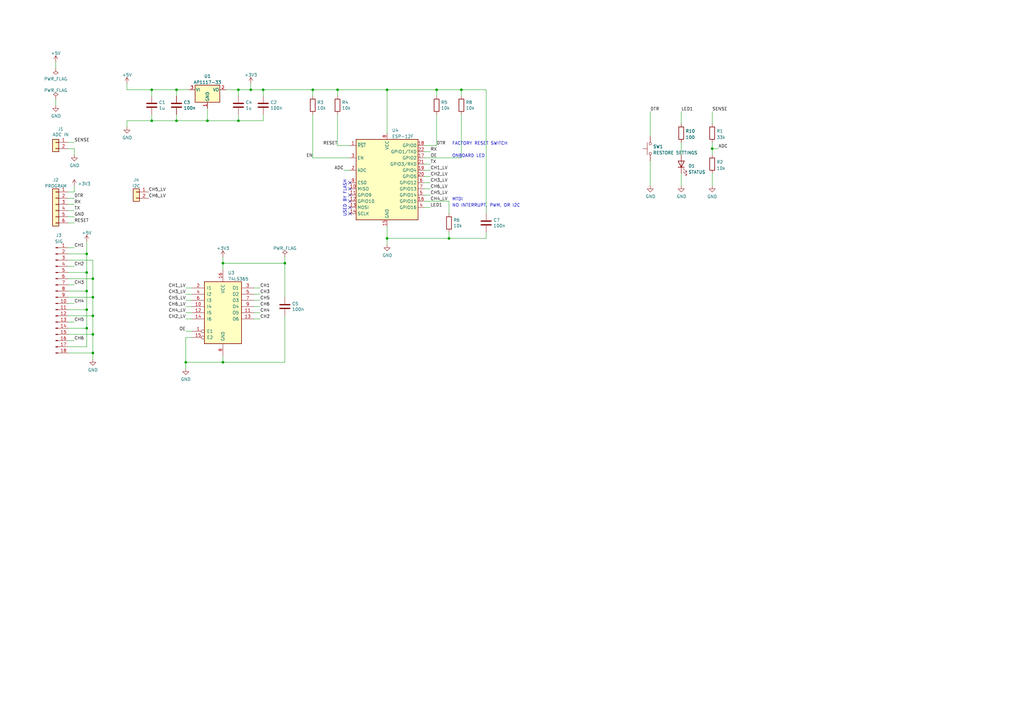
<source format=kicad_sch>
(kicad_sch (version 20211123) (generator eeschema)

  (uuid 3b838d52-596d-4e4d-a6ac-e4c8e7621137)

  (paper "A3")

  (lib_symbols
    (symbol "74xx:74LS365" (pin_names (offset 1.016)) (in_bom yes) (on_board yes)
      (property "Reference" "U" (id 0) (at -7.62 13.97 0)
        (effects (font (size 1.27 1.27)))
      )
      (property "Value" "74LS365" (id 1) (at -7.62 -13.97 0)
        (effects (font (size 1.27 1.27)))
      )
      (property "Footprint" "" (id 2) (at 0 0 0)
        (effects (font (size 1.27 1.27)) hide)
      )
      (property "Datasheet" "http://www.ti.com/lit/gpn/sn74LS365" (id 3) (at 0 0 0)
        (effects (font (size 1.27 1.27)) hide)
      )
      (property "ki_locked" "" (id 4) (at 0 0 0)
        (effects (font (size 1.27 1.27)))
      )
      (property "ki_keywords" "TTL Buffer BUS 3State" (id 5) (at 0 0 0)
        (effects (font (size 1.27 1.27)) hide)
      )
      (property "ki_description" "Hex Bus Driver, 3-State Outputs" (id 6) (at 0 0 0)
        (effects (font (size 1.27 1.27)) hide)
      )
      (property "ki_fp_filters" "DIP?16*" (id 7) (at 0 0 0)
        (effects (font (size 1.27 1.27)) hide)
      )
      (symbol "74LS365_1_0"
        (pin input inverted (at -12.7 -7.62 0) (length 5.08)
          (name "E1" (effects (font (size 1.27 1.27))))
          (number "1" (effects (font (size 1.27 1.27))))
        )
        (pin input line (at -12.7 2.54 0) (length 5.08)
          (name "I4" (effects (font (size 1.27 1.27))))
          (number "10" (effects (font (size 1.27 1.27))))
        )
        (pin tri_state line (at 12.7 0 180) (length 5.08)
          (name "O5" (effects (font (size 1.27 1.27))))
          (number "11" (effects (font (size 1.27 1.27))))
        )
        (pin input line (at -12.7 0 0) (length 5.08)
          (name "I5" (effects (font (size 1.27 1.27))))
          (number "12" (effects (font (size 1.27 1.27))))
        )
        (pin tri_state line (at 12.7 -2.54 180) (length 5.08)
          (name "O6" (effects (font (size 1.27 1.27))))
          (number "13" (effects (font (size 1.27 1.27))))
        )
        (pin input line (at -12.7 -2.54 0) (length 5.08)
          (name "I6" (effects (font (size 1.27 1.27))))
          (number "14" (effects (font (size 1.27 1.27))))
        )
        (pin input inverted (at -12.7 -10.16 0) (length 5.08)
          (name "E2" (effects (font (size 1.27 1.27))))
          (number "15" (effects (font (size 1.27 1.27))))
        )
        (pin power_in line (at 0 17.78 270) (length 5.08)
          (name "VCC" (effects (font (size 1.27 1.27))))
          (number "16" (effects (font (size 1.27 1.27))))
        )
        (pin input line (at -12.7 10.16 0) (length 5.08)
          (name "I1" (effects (font (size 1.27 1.27))))
          (number "2" (effects (font (size 1.27 1.27))))
        )
        (pin tri_state line (at 12.7 10.16 180) (length 5.08)
          (name "O1" (effects (font (size 1.27 1.27))))
          (number "3" (effects (font (size 1.27 1.27))))
        )
        (pin input line (at -12.7 7.62 0) (length 5.08)
          (name "I2" (effects (font (size 1.27 1.27))))
          (number "4" (effects (font (size 1.27 1.27))))
        )
        (pin tri_state line (at 12.7 7.62 180) (length 5.08)
          (name "O2" (effects (font (size 1.27 1.27))))
          (number "5" (effects (font (size 1.27 1.27))))
        )
        (pin input line (at -12.7 5.08 0) (length 5.08)
          (name "I3" (effects (font (size 1.27 1.27))))
          (number "6" (effects (font (size 1.27 1.27))))
        )
        (pin tri_state line (at 12.7 5.08 180) (length 5.08)
          (name "O3" (effects (font (size 1.27 1.27))))
          (number "7" (effects (font (size 1.27 1.27))))
        )
        (pin power_in line (at 0 -17.78 90) (length 5.08)
          (name "GND" (effects (font (size 1.27 1.27))))
          (number "8" (effects (font (size 1.27 1.27))))
        )
        (pin tri_state line (at 12.7 2.54 180) (length 5.08)
          (name "O4" (effects (font (size 1.27 1.27))))
          (number "9" (effects (font (size 1.27 1.27))))
        )
      )
      (symbol "74LS365_1_1"
        (rectangle (start -7.62 12.7) (end 7.62 -12.7)
          (stroke (width 0.254) (type default) (color 0 0 0 0))
          (fill (type background))
        )
      )
    )
    (symbol "Connector:Conn_01x18_Male" (pin_names (offset 1.016) hide) (in_bom yes) (on_board yes)
      (property "Reference" "J" (id 0) (at 0 22.86 0)
        (effects (font (size 1.27 1.27)))
      )
      (property "Value" "Conn_01x18_Male" (id 1) (at 0 -25.4 0)
        (effects (font (size 1.27 1.27)))
      )
      (property "Footprint" "" (id 2) (at 0 0 0)
        (effects (font (size 1.27 1.27)) hide)
      )
      (property "Datasheet" "~" (id 3) (at 0 0 0)
        (effects (font (size 1.27 1.27)) hide)
      )
      (property "ki_keywords" "connector" (id 4) (at 0 0 0)
        (effects (font (size 1.27 1.27)) hide)
      )
      (property "ki_description" "Generic connector, single row, 01x18, script generated (kicad-library-utils/schlib/autogen/connector/)" (id 5) (at 0 0 0)
        (effects (font (size 1.27 1.27)) hide)
      )
      (property "ki_fp_filters" "Connector*:*_1x??_*" (id 6) (at 0 0 0)
        (effects (font (size 1.27 1.27)) hide)
      )
      (symbol "Conn_01x18_Male_1_1"
        (polyline
          (pts
            (xy 1.27 -22.86)
            (xy 0.8636 -22.86)
          )
          (stroke (width 0.1524) (type default) (color 0 0 0 0))
          (fill (type none))
        )
        (polyline
          (pts
            (xy 1.27 -20.32)
            (xy 0.8636 -20.32)
          )
          (stroke (width 0.1524) (type default) (color 0 0 0 0))
          (fill (type none))
        )
        (polyline
          (pts
            (xy 1.27 -17.78)
            (xy 0.8636 -17.78)
          )
          (stroke (width 0.1524) (type default) (color 0 0 0 0))
          (fill (type none))
        )
        (polyline
          (pts
            (xy 1.27 -15.24)
            (xy 0.8636 -15.24)
          )
          (stroke (width 0.1524) (type default) (color 0 0 0 0))
          (fill (type none))
        )
        (polyline
          (pts
            (xy 1.27 -12.7)
            (xy 0.8636 -12.7)
          )
          (stroke (width 0.1524) (type default) (color 0 0 0 0))
          (fill (type none))
        )
        (polyline
          (pts
            (xy 1.27 -10.16)
            (xy 0.8636 -10.16)
          )
          (stroke (width 0.1524) (type default) (color 0 0 0 0))
          (fill (type none))
        )
        (polyline
          (pts
            (xy 1.27 -7.62)
            (xy 0.8636 -7.62)
          )
          (stroke (width 0.1524) (type default) (color 0 0 0 0))
          (fill (type none))
        )
        (polyline
          (pts
            (xy 1.27 -5.08)
            (xy 0.8636 -5.08)
          )
          (stroke (width 0.1524) (type default) (color 0 0 0 0))
          (fill (type none))
        )
        (polyline
          (pts
            (xy 1.27 -2.54)
            (xy 0.8636 -2.54)
          )
          (stroke (width 0.1524) (type default) (color 0 0 0 0))
          (fill (type none))
        )
        (polyline
          (pts
            (xy 1.27 0)
            (xy 0.8636 0)
          )
          (stroke (width 0.1524) (type default) (color 0 0 0 0))
          (fill (type none))
        )
        (polyline
          (pts
            (xy 1.27 2.54)
            (xy 0.8636 2.54)
          )
          (stroke (width 0.1524) (type default) (color 0 0 0 0))
          (fill (type none))
        )
        (polyline
          (pts
            (xy 1.27 5.08)
            (xy 0.8636 5.08)
          )
          (stroke (width 0.1524) (type default) (color 0 0 0 0))
          (fill (type none))
        )
        (polyline
          (pts
            (xy 1.27 7.62)
            (xy 0.8636 7.62)
          )
          (stroke (width 0.1524) (type default) (color 0 0 0 0))
          (fill (type none))
        )
        (polyline
          (pts
            (xy 1.27 10.16)
            (xy 0.8636 10.16)
          )
          (stroke (width 0.1524) (type default) (color 0 0 0 0))
          (fill (type none))
        )
        (polyline
          (pts
            (xy 1.27 12.7)
            (xy 0.8636 12.7)
          )
          (stroke (width 0.1524) (type default) (color 0 0 0 0))
          (fill (type none))
        )
        (polyline
          (pts
            (xy 1.27 15.24)
            (xy 0.8636 15.24)
          )
          (stroke (width 0.1524) (type default) (color 0 0 0 0))
          (fill (type none))
        )
        (polyline
          (pts
            (xy 1.27 17.78)
            (xy 0.8636 17.78)
          )
          (stroke (width 0.1524) (type default) (color 0 0 0 0))
          (fill (type none))
        )
        (polyline
          (pts
            (xy 1.27 20.32)
            (xy 0.8636 20.32)
          )
          (stroke (width 0.1524) (type default) (color 0 0 0 0))
          (fill (type none))
        )
        (rectangle (start 0.8636 -22.733) (end 0 -22.987)
          (stroke (width 0.1524) (type default) (color 0 0 0 0))
          (fill (type outline))
        )
        (rectangle (start 0.8636 -20.193) (end 0 -20.447)
          (stroke (width 0.1524) (type default) (color 0 0 0 0))
          (fill (type outline))
        )
        (rectangle (start 0.8636 -17.653) (end 0 -17.907)
          (stroke (width 0.1524) (type default) (color 0 0 0 0))
          (fill (type outline))
        )
        (rectangle (start 0.8636 -15.113) (end 0 -15.367)
          (stroke (width 0.1524) (type default) (color 0 0 0 0))
          (fill (type outline))
        )
        (rectangle (start 0.8636 -12.573) (end 0 -12.827)
          (stroke (width 0.1524) (type default) (color 0 0 0 0))
          (fill (type outline))
        )
        (rectangle (start 0.8636 -10.033) (end 0 -10.287)
          (stroke (width 0.1524) (type default) (color 0 0 0 0))
          (fill (type outline))
        )
        (rectangle (start 0.8636 -7.493) (end 0 -7.747)
          (stroke (width 0.1524) (type default) (color 0 0 0 0))
          (fill (type outline))
        )
        (rectangle (start 0.8636 -4.953) (end 0 -5.207)
          (stroke (width 0.1524) (type default) (color 0 0 0 0))
          (fill (type outline))
        )
        (rectangle (start 0.8636 -2.413) (end 0 -2.667)
          (stroke (width 0.1524) (type default) (color 0 0 0 0))
          (fill (type outline))
        )
        (rectangle (start 0.8636 0.127) (end 0 -0.127)
          (stroke (width 0.1524) (type default) (color 0 0 0 0))
          (fill (type outline))
        )
        (rectangle (start 0.8636 2.667) (end 0 2.413)
          (stroke (width 0.1524) (type default) (color 0 0 0 0))
          (fill (type outline))
        )
        (rectangle (start 0.8636 5.207) (end 0 4.953)
          (stroke (width 0.1524) (type default) (color 0 0 0 0))
          (fill (type outline))
        )
        (rectangle (start 0.8636 7.747) (end 0 7.493)
          (stroke (width 0.1524) (type default) (color 0 0 0 0))
          (fill (type outline))
        )
        (rectangle (start 0.8636 10.287) (end 0 10.033)
          (stroke (width 0.1524) (type default) (color 0 0 0 0))
          (fill (type outline))
        )
        (rectangle (start 0.8636 12.827) (end 0 12.573)
          (stroke (width 0.1524) (type default) (color 0 0 0 0))
          (fill (type outline))
        )
        (rectangle (start 0.8636 15.367) (end 0 15.113)
          (stroke (width 0.1524) (type default) (color 0 0 0 0))
          (fill (type outline))
        )
        (rectangle (start 0.8636 17.907) (end 0 17.653)
          (stroke (width 0.1524) (type default) (color 0 0 0 0))
          (fill (type outline))
        )
        (rectangle (start 0.8636 20.447) (end 0 20.193)
          (stroke (width 0.1524) (type default) (color 0 0 0 0))
          (fill (type outline))
        )
        (pin passive line (at 5.08 20.32 180) (length 3.81)
          (name "Pin_1" (effects (font (size 1.27 1.27))))
          (number "1" (effects (font (size 1.27 1.27))))
        )
        (pin passive line (at 5.08 -2.54 180) (length 3.81)
          (name "Pin_10" (effects (font (size 1.27 1.27))))
          (number "10" (effects (font (size 1.27 1.27))))
        )
        (pin passive line (at 5.08 -5.08 180) (length 3.81)
          (name "Pin_11" (effects (font (size 1.27 1.27))))
          (number "11" (effects (font (size 1.27 1.27))))
        )
        (pin passive line (at 5.08 -7.62 180) (length 3.81)
          (name "Pin_12" (effects (font (size 1.27 1.27))))
          (number "12" (effects (font (size 1.27 1.27))))
        )
        (pin passive line (at 5.08 -10.16 180) (length 3.81)
          (name "Pin_13" (effects (font (size 1.27 1.27))))
          (number "13" (effects (font (size 1.27 1.27))))
        )
        (pin passive line (at 5.08 -12.7 180) (length 3.81)
          (name "Pin_14" (effects (font (size 1.27 1.27))))
          (number "14" (effects (font (size 1.27 1.27))))
        )
        (pin passive line (at 5.08 -15.24 180) (length 3.81)
          (name "Pin_15" (effects (font (size 1.27 1.27))))
          (number "15" (effects (font (size 1.27 1.27))))
        )
        (pin passive line (at 5.08 -17.78 180) (length 3.81)
          (name "Pin_16" (effects (font (size 1.27 1.27))))
          (number "16" (effects (font (size 1.27 1.27))))
        )
        (pin passive line (at 5.08 -20.32 180) (length 3.81)
          (name "Pin_17" (effects (font (size 1.27 1.27))))
          (number "17" (effects (font (size 1.27 1.27))))
        )
        (pin passive line (at 5.08 -22.86 180) (length 3.81)
          (name "Pin_18" (effects (font (size 1.27 1.27))))
          (number "18" (effects (font (size 1.27 1.27))))
        )
        (pin passive line (at 5.08 17.78 180) (length 3.81)
          (name "Pin_2" (effects (font (size 1.27 1.27))))
          (number "2" (effects (font (size 1.27 1.27))))
        )
        (pin passive line (at 5.08 15.24 180) (length 3.81)
          (name "Pin_3" (effects (font (size 1.27 1.27))))
          (number "3" (effects (font (size 1.27 1.27))))
        )
        (pin passive line (at 5.08 12.7 180) (length 3.81)
          (name "Pin_4" (effects (font (size 1.27 1.27))))
          (number "4" (effects (font (size 1.27 1.27))))
        )
        (pin passive line (at 5.08 10.16 180) (length 3.81)
          (name "Pin_5" (effects (font (size 1.27 1.27))))
          (number "5" (effects (font (size 1.27 1.27))))
        )
        (pin passive line (at 5.08 7.62 180) (length 3.81)
          (name "Pin_6" (effects (font (size 1.27 1.27))))
          (number "6" (effects (font (size 1.27 1.27))))
        )
        (pin passive line (at 5.08 5.08 180) (length 3.81)
          (name "Pin_7" (effects (font (size 1.27 1.27))))
          (number "7" (effects (font (size 1.27 1.27))))
        )
        (pin passive line (at 5.08 2.54 180) (length 3.81)
          (name "Pin_8" (effects (font (size 1.27 1.27))))
          (number "8" (effects (font (size 1.27 1.27))))
        )
        (pin passive line (at 5.08 0 180) (length 3.81)
          (name "Pin_9" (effects (font (size 1.27 1.27))))
          (number "9" (effects (font (size 1.27 1.27))))
        )
      )
    )
    (symbol "Connector_Generic:Conn_01x02" (pin_names (offset 1.016) hide) (in_bom yes) (on_board yes)
      (property "Reference" "J" (id 0) (at 0 2.54 0)
        (effects (font (size 1.27 1.27)))
      )
      (property "Value" "Conn_01x02" (id 1) (at 0 -5.08 0)
        (effects (font (size 1.27 1.27)))
      )
      (property "Footprint" "" (id 2) (at 0 0 0)
        (effects (font (size 1.27 1.27)) hide)
      )
      (property "Datasheet" "~" (id 3) (at 0 0 0)
        (effects (font (size 1.27 1.27)) hide)
      )
      (property "ki_keywords" "connector" (id 4) (at 0 0 0)
        (effects (font (size 1.27 1.27)) hide)
      )
      (property "ki_description" "Generic connector, single row, 01x02, script generated (kicad-library-utils/schlib/autogen/connector/)" (id 5) (at 0 0 0)
        (effects (font (size 1.27 1.27)) hide)
      )
      (property "ki_fp_filters" "Connector*:*_1x??_*" (id 6) (at 0 0 0)
        (effects (font (size 1.27 1.27)) hide)
      )
      (symbol "Conn_01x02_1_1"
        (rectangle (start -1.27 -2.413) (end 0 -2.667)
          (stroke (width 0.1524) (type default) (color 0 0 0 0))
          (fill (type none))
        )
        (rectangle (start -1.27 0.127) (end 0 -0.127)
          (stroke (width 0.1524) (type default) (color 0 0 0 0))
          (fill (type none))
        )
        (rectangle (start -1.27 1.27) (end 1.27 -3.81)
          (stroke (width 0.254) (type default) (color 0 0 0 0))
          (fill (type background))
        )
        (pin passive line (at -5.08 0 0) (length 3.81)
          (name "Pin_1" (effects (font (size 1.27 1.27))))
          (number "1" (effects (font (size 1.27 1.27))))
        )
        (pin passive line (at -5.08 -2.54 0) (length 3.81)
          (name "Pin_2" (effects (font (size 1.27 1.27))))
          (number "2" (effects (font (size 1.27 1.27))))
        )
      )
    )
    (symbol "Connector_Generic:Conn_01x06" (pin_names (offset 1.016) hide) (in_bom yes) (on_board yes)
      (property "Reference" "J" (id 0) (at 0 7.62 0)
        (effects (font (size 1.27 1.27)))
      )
      (property "Value" "Conn_01x06" (id 1) (at 0 -10.16 0)
        (effects (font (size 1.27 1.27)))
      )
      (property "Footprint" "" (id 2) (at 0 0 0)
        (effects (font (size 1.27 1.27)) hide)
      )
      (property "Datasheet" "~" (id 3) (at 0 0 0)
        (effects (font (size 1.27 1.27)) hide)
      )
      (property "ki_keywords" "connector" (id 4) (at 0 0 0)
        (effects (font (size 1.27 1.27)) hide)
      )
      (property "ki_description" "Generic connector, single row, 01x06, script generated (kicad-library-utils/schlib/autogen/connector/)" (id 5) (at 0 0 0)
        (effects (font (size 1.27 1.27)) hide)
      )
      (property "ki_fp_filters" "Connector*:*_1x??_*" (id 6) (at 0 0 0)
        (effects (font (size 1.27 1.27)) hide)
      )
      (symbol "Conn_01x06_1_1"
        (rectangle (start -1.27 -7.493) (end 0 -7.747)
          (stroke (width 0.1524) (type default) (color 0 0 0 0))
          (fill (type none))
        )
        (rectangle (start -1.27 -4.953) (end 0 -5.207)
          (stroke (width 0.1524) (type default) (color 0 0 0 0))
          (fill (type none))
        )
        (rectangle (start -1.27 -2.413) (end 0 -2.667)
          (stroke (width 0.1524) (type default) (color 0 0 0 0))
          (fill (type none))
        )
        (rectangle (start -1.27 0.127) (end 0 -0.127)
          (stroke (width 0.1524) (type default) (color 0 0 0 0))
          (fill (type none))
        )
        (rectangle (start -1.27 2.667) (end 0 2.413)
          (stroke (width 0.1524) (type default) (color 0 0 0 0))
          (fill (type none))
        )
        (rectangle (start -1.27 5.207) (end 0 4.953)
          (stroke (width 0.1524) (type default) (color 0 0 0 0))
          (fill (type none))
        )
        (rectangle (start -1.27 6.35) (end 1.27 -8.89)
          (stroke (width 0.254) (type default) (color 0 0 0 0))
          (fill (type background))
        )
        (pin passive line (at -5.08 5.08 0) (length 3.81)
          (name "Pin_1" (effects (font (size 1.27 1.27))))
          (number "1" (effects (font (size 1.27 1.27))))
        )
        (pin passive line (at -5.08 2.54 0) (length 3.81)
          (name "Pin_2" (effects (font (size 1.27 1.27))))
          (number "2" (effects (font (size 1.27 1.27))))
        )
        (pin passive line (at -5.08 0 0) (length 3.81)
          (name "Pin_3" (effects (font (size 1.27 1.27))))
          (number "3" (effects (font (size 1.27 1.27))))
        )
        (pin passive line (at -5.08 -2.54 0) (length 3.81)
          (name "Pin_4" (effects (font (size 1.27 1.27))))
          (number "4" (effects (font (size 1.27 1.27))))
        )
        (pin passive line (at -5.08 -5.08 0) (length 3.81)
          (name "Pin_5" (effects (font (size 1.27 1.27))))
          (number "5" (effects (font (size 1.27 1.27))))
        )
        (pin passive line (at -5.08 -7.62 0) (length 3.81)
          (name "Pin_6" (effects (font (size 1.27 1.27))))
          (number "6" (effects (font (size 1.27 1.27))))
        )
      )
    )
    (symbol "Device:C" (pin_numbers hide) (pin_names (offset 0.254)) (in_bom yes) (on_board yes)
      (property "Reference" "C" (id 0) (at 0.635 2.54 0)
        (effects (font (size 1.27 1.27)) (justify left))
      )
      (property "Value" "C" (id 1) (at 0.635 -2.54 0)
        (effects (font (size 1.27 1.27)) (justify left))
      )
      (property "Footprint" "" (id 2) (at 0.9652 -3.81 0)
        (effects (font (size 1.27 1.27)) hide)
      )
      (property "Datasheet" "~" (id 3) (at 0 0 0)
        (effects (font (size 1.27 1.27)) hide)
      )
      (property "ki_keywords" "cap capacitor" (id 4) (at 0 0 0)
        (effects (font (size 1.27 1.27)) hide)
      )
      (property "ki_description" "Unpolarized capacitor" (id 5) (at 0 0 0)
        (effects (font (size 1.27 1.27)) hide)
      )
      (property "ki_fp_filters" "C_*" (id 6) (at 0 0 0)
        (effects (font (size 1.27 1.27)) hide)
      )
      (symbol "C_0_1"
        (polyline
          (pts
            (xy -2.032 -0.762)
            (xy 2.032 -0.762)
          )
          (stroke (width 0.508) (type default) (color 0 0 0 0))
          (fill (type none))
        )
        (polyline
          (pts
            (xy -2.032 0.762)
            (xy 2.032 0.762)
          )
          (stroke (width 0.508) (type default) (color 0 0 0 0))
          (fill (type none))
        )
      )
      (symbol "C_1_1"
        (pin passive line (at 0 3.81 270) (length 2.794)
          (name "~" (effects (font (size 1.27 1.27))))
          (number "1" (effects (font (size 1.27 1.27))))
        )
        (pin passive line (at 0 -3.81 90) (length 2.794)
          (name "~" (effects (font (size 1.27 1.27))))
          (number "2" (effects (font (size 1.27 1.27))))
        )
      )
    )
    (symbol "Device:LED" (pin_numbers hide) (pin_names (offset 1.016) hide) (in_bom yes) (on_board yes)
      (property "Reference" "D" (id 0) (at 0 2.54 0)
        (effects (font (size 1.27 1.27)))
      )
      (property "Value" "LED" (id 1) (at 0 -2.54 0)
        (effects (font (size 1.27 1.27)))
      )
      (property "Footprint" "" (id 2) (at 0 0 0)
        (effects (font (size 1.27 1.27)) hide)
      )
      (property "Datasheet" "~" (id 3) (at 0 0 0)
        (effects (font (size 1.27 1.27)) hide)
      )
      (property "ki_keywords" "LED diode" (id 4) (at 0 0 0)
        (effects (font (size 1.27 1.27)) hide)
      )
      (property "ki_description" "Light emitting diode" (id 5) (at 0 0 0)
        (effects (font (size 1.27 1.27)) hide)
      )
      (property "ki_fp_filters" "LED* LED_SMD:* LED_THT:*" (id 6) (at 0 0 0)
        (effects (font (size 1.27 1.27)) hide)
      )
      (symbol "LED_0_1"
        (polyline
          (pts
            (xy -1.27 -1.27)
            (xy -1.27 1.27)
          )
          (stroke (width 0.254) (type default) (color 0 0 0 0))
          (fill (type none))
        )
        (polyline
          (pts
            (xy -1.27 0)
            (xy 1.27 0)
          )
          (stroke (width 0) (type default) (color 0 0 0 0))
          (fill (type none))
        )
        (polyline
          (pts
            (xy 1.27 -1.27)
            (xy 1.27 1.27)
            (xy -1.27 0)
            (xy 1.27 -1.27)
          )
          (stroke (width 0.254) (type default) (color 0 0 0 0))
          (fill (type none))
        )
        (polyline
          (pts
            (xy -3.048 -0.762)
            (xy -4.572 -2.286)
            (xy -3.81 -2.286)
            (xy -4.572 -2.286)
            (xy -4.572 -1.524)
          )
          (stroke (width 0) (type default) (color 0 0 0 0))
          (fill (type none))
        )
        (polyline
          (pts
            (xy -1.778 -0.762)
            (xy -3.302 -2.286)
            (xy -2.54 -2.286)
            (xy -3.302 -2.286)
            (xy -3.302 -1.524)
          )
          (stroke (width 0) (type default) (color 0 0 0 0))
          (fill (type none))
        )
      )
      (symbol "LED_1_1"
        (pin passive line (at -3.81 0 0) (length 2.54)
          (name "K" (effects (font (size 1.27 1.27))))
          (number "1" (effects (font (size 1.27 1.27))))
        )
        (pin passive line (at 3.81 0 180) (length 2.54)
          (name "A" (effects (font (size 1.27 1.27))))
          (number "2" (effects (font (size 1.27 1.27))))
        )
      )
    )
    (symbol "Device:R" (pin_numbers hide) (pin_names (offset 0)) (in_bom yes) (on_board yes)
      (property "Reference" "R" (id 0) (at 2.032 0 90)
        (effects (font (size 1.27 1.27)))
      )
      (property "Value" "R" (id 1) (at 0 0 90)
        (effects (font (size 1.27 1.27)))
      )
      (property "Footprint" "" (id 2) (at -1.778 0 90)
        (effects (font (size 1.27 1.27)) hide)
      )
      (property "Datasheet" "~" (id 3) (at 0 0 0)
        (effects (font (size 1.27 1.27)) hide)
      )
      (property "ki_keywords" "R res resistor" (id 4) (at 0 0 0)
        (effects (font (size 1.27 1.27)) hide)
      )
      (property "ki_description" "Resistor" (id 5) (at 0 0 0)
        (effects (font (size 1.27 1.27)) hide)
      )
      (property "ki_fp_filters" "R_*" (id 6) (at 0 0 0)
        (effects (font (size 1.27 1.27)) hide)
      )
      (symbol "R_0_1"
        (rectangle (start -1.016 -2.54) (end 1.016 2.54)
          (stroke (width 0.254) (type default) (color 0 0 0 0))
          (fill (type none))
        )
      )
      (symbol "R_1_1"
        (pin passive line (at 0 3.81 270) (length 1.27)
          (name "~" (effects (font (size 1.27 1.27))))
          (number "1" (effects (font (size 1.27 1.27))))
        )
        (pin passive line (at 0 -3.81 90) (length 1.27)
          (name "~" (effects (font (size 1.27 1.27))))
          (number "2" (effects (font (size 1.27 1.27))))
        )
      )
    )
    (symbol "RF_Module:ESP-12F" (in_bom yes) (on_board yes)
      (property "Reference" "U" (id 0) (at -12.7 19.05 0)
        (effects (font (size 1.27 1.27)) (justify left))
      )
      (property "Value" "ESP-12F" (id 1) (at 12.7 19.05 0)
        (effects (font (size 1.27 1.27)) (justify right))
      )
      (property "Footprint" "RF_Module:ESP-12E" (id 2) (at 0 0 0)
        (effects (font (size 1.27 1.27)) hide)
      )
      (property "Datasheet" "http://wiki.ai-thinker.com/_media/esp8266/esp8266_series_modules_user_manual_v1.1.pdf" (id 3) (at -8.89 2.54 0)
        (effects (font (size 1.27 1.27)) hide)
      )
      (property "ki_keywords" "802.11 Wi-Fi" (id 4) (at 0 0 0)
        (effects (font (size 1.27 1.27)) hide)
      )
      (property "ki_description" "802.11 b/g/n Wi-Fi Module" (id 5) (at 0 0 0)
        (effects (font (size 1.27 1.27)) hide)
      )
      (property "ki_fp_filters" "ESP?12*" (id 6) (at 0 0 0)
        (effects (font (size 1.27 1.27)) hide)
      )
      (symbol "ESP-12F_0_1"
        (rectangle (start -12.7 17.78) (end 12.7 -15.24)
          (stroke (width 0.254) (type default) (color 0 0 0 0))
          (fill (type background))
        )
      )
      (symbol "ESP-12F_1_1"
        (pin input line (at -15.24 15.24 0) (length 2.54)
          (name "~{RST}" (effects (font (size 1.27 1.27))))
          (number "1" (effects (font (size 1.27 1.27))))
        )
        (pin bidirectional line (at -15.24 -2.54 0) (length 2.54)
          (name "MISO" (effects (font (size 1.27 1.27))))
          (number "10" (effects (font (size 1.27 1.27))))
        )
        (pin bidirectional line (at -15.24 -5.08 0) (length 2.54)
          (name "GPIO9" (effects (font (size 1.27 1.27))))
          (number "11" (effects (font (size 1.27 1.27))))
        )
        (pin bidirectional line (at -15.24 -7.62 0) (length 2.54)
          (name "GPIO10" (effects (font (size 1.27 1.27))))
          (number "12" (effects (font (size 1.27 1.27))))
        )
        (pin bidirectional line (at -15.24 -10.16 0) (length 2.54)
          (name "MOSI" (effects (font (size 1.27 1.27))))
          (number "13" (effects (font (size 1.27 1.27))))
        )
        (pin bidirectional line (at -15.24 -12.7 0) (length 2.54)
          (name "SCLK" (effects (font (size 1.27 1.27))))
          (number "14" (effects (font (size 1.27 1.27))))
        )
        (pin power_in line (at 0 -17.78 90) (length 2.54)
          (name "GND" (effects (font (size 1.27 1.27))))
          (number "15" (effects (font (size 1.27 1.27))))
        )
        (pin bidirectional line (at 15.24 -7.62 180) (length 2.54)
          (name "GPIO15" (effects (font (size 1.27 1.27))))
          (number "16" (effects (font (size 1.27 1.27))))
        )
        (pin bidirectional line (at 15.24 10.16 180) (length 2.54)
          (name "GPIO2" (effects (font (size 1.27 1.27))))
          (number "17" (effects (font (size 1.27 1.27))))
        )
        (pin bidirectional line (at 15.24 15.24 180) (length 2.54)
          (name "GPIO0" (effects (font (size 1.27 1.27))))
          (number "18" (effects (font (size 1.27 1.27))))
        )
        (pin bidirectional line (at 15.24 5.08 180) (length 2.54)
          (name "GPIO4" (effects (font (size 1.27 1.27))))
          (number "19" (effects (font (size 1.27 1.27))))
        )
        (pin input line (at -15.24 5.08 0) (length 2.54)
          (name "ADC" (effects (font (size 1.27 1.27))))
          (number "2" (effects (font (size 1.27 1.27))))
        )
        (pin bidirectional line (at 15.24 2.54 180) (length 2.54)
          (name "GPIO5" (effects (font (size 1.27 1.27))))
          (number "20" (effects (font (size 1.27 1.27))))
        )
        (pin bidirectional line (at 15.24 7.62 180) (length 2.54)
          (name "GPIO3/RXD" (effects (font (size 1.27 1.27))))
          (number "21" (effects (font (size 1.27 1.27))))
        )
        (pin bidirectional line (at 15.24 12.7 180) (length 2.54)
          (name "GPIO1/TXD" (effects (font (size 1.27 1.27))))
          (number "22" (effects (font (size 1.27 1.27))))
        )
        (pin input line (at -15.24 10.16 0) (length 2.54)
          (name "EN" (effects (font (size 1.27 1.27))))
          (number "3" (effects (font (size 1.27 1.27))))
        )
        (pin bidirectional line (at 15.24 -10.16 180) (length 2.54)
          (name "GPIO16" (effects (font (size 1.27 1.27))))
          (number "4" (effects (font (size 1.27 1.27))))
        )
        (pin bidirectional line (at 15.24 -5.08 180) (length 2.54)
          (name "GPIO14" (effects (font (size 1.27 1.27))))
          (number "5" (effects (font (size 1.27 1.27))))
        )
        (pin bidirectional line (at 15.24 0 180) (length 2.54)
          (name "GPIO12" (effects (font (size 1.27 1.27))))
          (number "6" (effects (font (size 1.27 1.27))))
        )
        (pin bidirectional line (at 15.24 -2.54 180) (length 2.54)
          (name "GPIO13" (effects (font (size 1.27 1.27))))
          (number "7" (effects (font (size 1.27 1.27))))
        )
        (pin power_in line (at 0 20.32 270) (length 2.54)
          (name "VCC" (effects (font (size 1.27 1.27))))
          (number "8" (effects (font (size 1.27 1.27))))
        )
        (pin input line (at -15.24 0 0) (length 2.54)
          (name "CS0" (effects (font (size 1.27 1.27))))
          (number "9" (effects (font (size 1.27 1.27))))
        )
      )
    )
    (symbol "Regulator_Linear:AP1117-33" (pin_names (offset 0.254)) (in_bom yes) (on_board yes)
      (property "Reference" "U" (id 0) (at -3.81 3.175 0)
        (effects (font (size 1.27 1.27)))
      )
      (property "Value" "AP1117-33" (id 1) (at 0 3.175 0)
        (effects (font (size 1.27 1.27)) (justify left))
      )
      (property "Footprint" "Package_TO_SOT_SMD:SOT-223-3_TabPin2" (id 2) (at 0 5.08 0)
        (effects (font (size 1.27 1.27)) hide)
      )
      (property "Datasheet" "http://www.diodes.com/datasheets/AP1117.pdf" (id 3) (at 2.54 -6.35 0)
        (effects (font (size 1.27 1.27)) hide)
      )
      (property "ki_keywords" "linear regulator ldo fixed positive obsolete" (id 4) (at 0 0 0)
        (effects (font (size 1.27 1.27)) hide)
      )
      (property "ki_description" "1A Low Dropout regulator, positive, 3.3V fixed output, SOT-223" (id 5) (at 0 0 0)
        (effects (font (size 1.27 1.27)) hide)
      )
      (property "ki_fp_filters" "SOT?223*TabPin2*" (id 6) (at 0 0 0)
        (effects (font (size 1.27 1.27)) hide)
      )
      (symbol "AP1117-33_0_1"
        (rectangle (start -5.08 -5.08) (end 5.08 1.905)
          (stroke (width 0.254) (type default) (color 0 0 0 0))
          (fill (type background))
        )
      )
      (symbol "AP1117-33_1_1"
        (pin power_in line (at 0 -7.62 90) (length 2.54)
          (name "GND" (effects (font (size 1.27 1.27))))
          (number "1" (effects (font (size 1.27 1.27))))
        )
        (pin power_out line (at 7.62 0 180) (length 2.54)
          (name "VO" (effects (font (size 1.27 1.27))))
          (number "2" (effects (font (size 1.27 1.27))))
        )
        (pin power_in line (at -7.62 0 0) (length 2.54)
          (name "VI" (effects (font (size 1.27 1.27))))
          (number "3" (effects (font (size 1.27 1.27))))
        )
      )
    )
    (symbol "Switch:SW_Push" (pin_numbers hide) (pin_names (offset 1.016) hide) (in_bom yes) (on_board yes)
      (property "Reference" "SW" (id 0) (at 1.27 2.54 0)
        (effects (font (size 1.27 1.27)) (justify left))
      )
      (property "Value" "SW_Push" (id 1) (at 0 -1.524 0)
        (effects (font (size 1.27 1.27)))
      )
      (property "Footprint" "" (id 2) (at 0 5.08 0)
        (effects (font (size 1.27 1.27)) hide)
      )
      (property "Datasheet" "~" (id 3) (at 0 5.08 0)
        (effects (font (size 1.27 1.27)) hide)
      )
      (property "ki_keywords" "switch normally-open pushbutton push-button" (id 4) (at 0 0 0)
        (effects (font (size 1.27 1.27)) hide)
      )
      (property "ki_description" "Push button switch, generic, two pins" (id 5) (at 0 0 0)
        (effects (font (size 1.27 1.27)) hide)
      )
      (symbol "SW_Push_0_1"
        (circle (center -2.032 0) (radius 0.508)
          (stroke (width 0) (type default) (color 0 0 0 0))
          (fill (type none))
        )
        (polyline
          (pts
            (xy 0 1.27)
            (xy 0 3.048)
          )
          (stroke (width 0) (type default) (color 0 0 0 0))
          (fill (type none))
        )
        (polyline
          (pts
            (xy 2.54 1.27)
            (xy -2.54 1.27)
          )
          (stroke (width 0) (type default) (color 0 0 0 0))
          (fill (type none))
        )
        (circle (center 2.032 0) (radius 0.508)
          (stroke (width 0) (type default) (color 0 0 0 0))
          (fill (type none))
        )
        (pin passive line (at -5.08 0 0) (length 2.54)
          (name "1" (effects (font (size 1.27 1.27))))
          (number "1" (effects (font (size 1.27 1.27))))
        )
        (pin passive line (at 5.08 0 180) (length 2.54)
          (name "2" (effects (font (size 1.27 1.27))))
          (number "2" (effects (font (size 1.27 1.27))))
        )
      )
    )
    (symbol "power:+3V3" (power) (pin_names (offset 0)) (in_bom yes) (on_board yes)
      (property "Reference" "#PWR" (id 0) (at 0 -3.81 0)
        (effects (font (size 1.27 1.27)) hide)
      )
      (property "Value" "+3V3" (id 1) (at 0 3.556 0)
        (effects (font (size 1.27 1.27)))
      )
      (property "Footprint" "" (id 2) (at 0 0 0)
        (effects (font (size 1.27 1.27)) hide)
      )
      (property "Datasheet" "" (id 3) (at 0 0 0)
        (effects (font (size 1.27 1.27)) hide)
      )
      (property "ki_keywords" "power-flag" (id 4) (at 0 0 0)
        (effects (font (size 1.27 1.27)) hide)
      )
      (property "ki_description" "Power symbol creates a global label with name \"+3V3\"" (id 5) (at 0 0 0)
        (effects (font (size 1.27 1.27)) hide)
      )
      (symbol "+3V3_0_1"
        (polyline
          (pts
            (xy -0.762 1.27)
            (xy 0 2.54)
          )
          (stroke (width 0) (type default) (color 0 0 0 0))
          (fill (type none))
        )
        (polyline
          (pts
            (xy 0 0)
            (xy 0 2.54)
          )
          (stroke (width 0) (type default) (color 0 0 0 0))
          (fill (type none))
        )
        (polyline
          (pts
            (xy 0 2.54)
            (xy 0.762 1.27)
          )
          (stroke (width 0) (type default) (color 0 0 0 0))
          (fill (type none))
        )
      )
      (symbol "+3V3_1_1"
        (pin power_in line (at 0 0 90) (length 0) hide
          (name "+3V3" (effects (font (size 1.27 1.27))))
          (number "1" (effects (font (size 1.27 1.27))))
        )
      )
    )
    (symbol "power:+5V" (power) (pin_names (offset 0)) (in_bom yes) (on_board yes)
      (property "Reference" "#PWR" (id 0) (at 0 -3.81 0)
        (effects (font (size 1.27 1.27)) hide)
      )
      (property "Value" "+5V" (id 1) (at 0 3.556 0)
        (effects (font (size 1.27 1.27)))
      )
      (property "Footprint" "" (id 2) (at 0 0 0)
        (effects (font (size 1.27 1.27)) hide)
      )
      (property "Datasheet" "" (id 3) (at 0 0 0)
        (effects (font (size 1.27 1.27)) hide)
      )
      (property "ki_keywords" "power-flag" (id 4) (at 0 0 0)
        (effects (font (size 1.27 1.27)) hide)
      )
      (property "ki_description" "Power symbol creates a global label with name \"+5V\"" (id 5) (at 0 0 0)
        (effects (font (size 1.27 1.27)) hide)
      )
      (symbol "+5V_0_1"
        (polyline
          (pts
            (xy -0.762 1.27)
            (xy 0 2.54)
          )
          (stroke (width 0) (type default) (color 0 0 0 0))
          (fill (type none))
        )
        (polyline
          (pts
            (xy 0 0)
            (xy 0 2.54)
          )
          (stroke (width 0) (type default) (color 0 0 0 0))
          (fill (type none))
        )
        (polyline
          (pts
            (xy 0 2.54)
            (xy 0.762 1.27)
          )
          (stroke (width 0) (type default) (color 0 0 0 0))
          (fill (type none))
        )
      )
      (symbol "+5V_1_1"
        (pin power_in line (at 0 0 90) (length 0) hide
          (name "+5V" (effects (font (size 1.27 1.27))))
          (number "1" (effects (font (size 1.27 1.27))))
        )
      )
    )
    (symbol "power:GND" (power) (pin_names (offset 0)) (in_bom yes) (on_board yes)
      (property "Reference" "#PWR" (id 0) (at 0 -6.35 0)
        (effects (font (size 1.27 1.27)) hide)
      )
      (property "Value" "GND" (id 1) (at 0 -3.81 0)
        (effects (font (size 1.27 1.27)))
      )
      (property "Footprint" "" (id 2) (at 0 0 0)
        (effects (font (size 1.27 1.27)) hide)
      )
      (property "Datasheet" "" (id 3) (at 0 0 0)
        (effects (font (size 1.27 1.27)) hide)
      )
      (property "ki_keywords" "power-flag" (id 4) (at 0 0 0)
        (effects (font (size 1.27 1.27)) hide)
      )
      (property "ki_description" "Power symbol creates a global label with name \"GND\" , ground" (id 5) (at 0 0 0)
        (effects (font (size 1.27 1.27)) hide)
      )
      (symbol "GND_0_1"
        (polyline
          (pts
            (xy 0 0)
            (xy 0 -1.27)
            (xy 1.27 -1.27)
            (xy 0 -2.54)
            (xy -1.27 -1.27)
            (xy 0 -1.27)
          )
          (stroke (width 0) (type default) (color 0 0 0 0))
          (fill (type none))
        )
      )
      (symbol "GND_1_1"
        (pin power_in line (at 0 0 270) (length 0) hide
          (name "GND" (effects (font (size 1.27 1.27))))
          (number "1" (effects (font (size 1.27 1.27))))
        )
      )
    )
    (symbol "power:PWR_FLAG" (power) (pin_numbers hide) (pin_names (offset 0) hide) (in_bom yes) (on_board yes)
      (property "Reference" "#FLG" (id 0) (at 0 1.905 0)
        (effects (font (size 1.27 1.27)) hide)
      )
      (property "Value" "PWR_FLAG" (id 1) (at 0 3.81 0)
        (effects (font (size 1.27 1.27)))
      )
      (property "Footprint" "" (id 2) (at 0 0 0)
        (effects (font (size 1.27 1.27)) hide)
      )
      (property "Datasheet" "~" (id 3) (at 0 0 0)
        (effects (font (size 1.27 1.27)) hide)
      )
      (property "ki_keywords" "power-flag" (id 4) (at 0 0 0)
        (effects (font (size 1.27 1.27)) hide)
      )
      (property "ki_description" "Special symbol for telling ERC where power comes from" (id 5) (at 0 0 0)
        (effects (font (size 1.27 1.27)) hide)
      )
      (symbol "PWR_FLAG_0_0"
        (pin power_out line (at 0 0 90) (length 0)
          (name "pwr" (effects (font (size 1.27 1.27))))
          (number "1" (effects (font (size 1.27 1.27))))
        )
      )
      (symbol "PWR_FLAG_0_1"
        (polyline
          (pts
            (xy 0 0)
            (xy 0 1.27)
            (xy -1.016 1.905)
            (xy 0 2.54)
            (xy 1.016 1.905)
            (xy 0 1.27)
          )
          (stroke (width 0) (type default) (color 0 0 0 0))
          (fill (type none))
        )
      )
    )
  )

  (junction (at 91.44 107.95) (diameter 0) (color 0 0 0 0)
    (uuid 0a1888d5-ae2c-4d9b-a2b9-ff0cfd489ddc)
  )
  (junction (at 179.07 36.83) (diameter 0) (color 0 0 0 0)
    (uuid 12ee486d-fa23-46aa-b646-cdec0d948fb4)
  )
  (junction (at 62.23 49.53) (diameter 0) (color 0 0 0 0)
    (uuid 1576d8d0-12c8-4054-834f-2c4176251961)
  )
  (junction (at 158.75 36.83) (diameter 0) (color 0 0 0 0)
    (uuid 1e73642c-f70a-4bbf-8974-ca2831ea5ace)
  )
  (junction (at 102.87 36.83) (diameter 0) (color 0 0 0 0)
    (uuid 26911262-9941-4ca9-9337-6f1eaa8ffd47)
  )
  (junction (at 158.75 97.79) (diameter 0) (color 0 0 0 0)
    (uuid 368a1be6-06ef-4fed-b348-4afba71acbb6)
  )
  (junction (at 107.95 36.83) (diameter 0) (color 0 0 0 0)
    (uuid 4043abe6-0263-47b0-89b1-9b027fca6659)
  )
  (junction (at 38.1 121.92) (diameter 0) (color 0 0 0 0)
    (uuid 450557f7-418a-45a0-95eb-4ccac28fb886)
  )
  (junction (at 38.1 129.54) (diameter 0) (color 0 0 0 0)
    (uuid 4e7629f4-2ce7-41ae-8e62-5ea0918aacfe)
  )
  (junction (at 76.2 148.59) (diameter 0) (color 0 0 0 0)
    (uuid 4f0145ab-71cf-44d2-86e2-ec66278a135d)
  )
  (junction (at 35.56 134.62) (diameter 0) (color 0 0 0 0)
    (uuid 54ee2179-3cbd-43d0-af4c-46ad37ad9766)
  )
  (junction (at 35.56 119.38) (diameter 0) (color 0 0 0 0)
    (uuid 5840bd82-3764-42e8-a697-354d054f199a)
  )
  (junction (at 38.1 137.16) (diameter 0) (color 0 0 0 0)
    (uuid 6069af66-4ea4-435b-8f88-0fe276741f8c)
  )
  (junction (at 35.56 104.14) (diameter 0) (color 0 0 0 0)
    (uuid 99de75b5-7e22-430b-b4d9-c5416b26d8e5)
  )
  (junction (at 85.09 49.53) (diameter 0) (color 0 0 0 0)
    (uuid 9b0a1687-7e1b-4a04-a30b-c27a072a2949)
  )
  (junction (at 97.79 49.53) (diameter 0) (color 0 0 0 0)
    (uuid 9b1e6196-4ad0-4aa4-a0c8-6acffb7c3d7a)
  )
  (junction (at 292.1 60.96) (diameter 0) (color 0 0 0 0)
    (uuid a4db3290-087e-431c-908c-ff5145f290c6)
  )
  (junction (at 35.56 127) (diameter 0) (color 0 0 0 0)
    (uuid aa86d943-7223-474f-a821-50cee2c82cf5)
  )
  (junction (at 35.56 111.76) (diameter 0) (color 0 0 0 0)
    (uuid acad827b-ae67-4882-a64b-d562c1fe8bf0)
  )
  (junction (at 38.1 144.78) (diameter 0) (color 0 0 0 0)
    (uuid b814089b-6299-4792-bd91-d2d4115c05bb)
  )
  (junction (at 184.15 97.79) (diameter 0) (color 0 0 0 0)
    (uuid b8e18fc0-a71f-4a26-8fdf-78f8dab6bed2)
  )
  (junction (at 38.1 114.3) (diameter 0) (color 0 0 0 0)
    (uuid c2569c25-fae8-46bd-9431-71bc40fb958c)
  )
  (junction (at 72.39 49.53) (diameter 0) (color 0 0 0 0)
    (uuid c54eec57-39ef-41e4-bbaf-4eee6a3ff4b2)
  )
  (junction (at 91.44 148.59) (diameter 0) (color 0 0 0 0)
    (uuid c5b9cfc6-3d48-427e-8286-566352ae6f24)
  )
  (junction (at 72.39 36.83) (diameter 0) (color 0 0 0 0)
    (uuid cca3a0a8-de60-4682-925b-54eb2a1f8544)
  )
  (junction (at 138.43 36.83) (diameter 0) (color 0 0 0 0)
    (uuid daba65d8-fb15-4629-bd76-bcbafd3dbb9e)
  )
  (junction (at 62.23 36.83) (diameter 0) (color 0 0 0 0)
    (uuid e30f2d77-78e4-4a01-be5d-d9c4fd8c1806)
  )
  (junction (at 97.79 36.83) (diameter 0) (color 0 0 0 0)
    (uuid e5d34c28-c7d2-43bb-b9fc-479459602aeb)
  )
  (junction (at 189.23 36.83) (diameter 0) (color 0 0 0 0)
    (uuid ea51ef56-024b-4853-8a98-985e9d841220)
  )
  (junction (at 116.84 107.95) (diameter 0) (color 0 0 0 0)
    (uuid ecf8ecfc-d3a8-4431-9ebc-9780729fbc84)
  )
  (junction (at 128.27 36.83) (diameter 0) (color 0 0 0 0)
    (uuid f8b3bf92-20bf-41ea-92ac-c33a85c9a964)
  )

  (no_connect (at 143.51 85.09) (uuid 21fe154a-6240-4161-8942-da029285459a))
  (no_connect (at 143.51 80.01) (uuid 325fb384-b9b6-4441-bf24-2a38167d0459))
  (no_connect (at 143.51 74.93) (uuid 7cd8091e-4713-4324-b62f-9383f8007ece))
  (no_connect (at 143.51 87.63) (uuid a542e4d0-f7b2-42c0-91e4-553e3eb935bf))
  (no_connect (at 143.51 82.55) (uuid b49b3b4f-5e24-4466-b2d9-267bf396e895))
  (no_connect (at 143.51 77.47) (uuid daa6f53d-cd5b-4653-b2dd-cb80c92ad568))

  (wire (pts (xy 85.09 49.53) (xy 97.79 49.53))
    (stroke (width 0) (type default) (color 0 0 0 0))
    (uuid 003c2200-0632-4808-a662-8ddd5d30c768)
  )
  (wire (pts (xy 138.43 36.83) (xy 138.43 39.37))
    (stroke (width 0) (type default) (color 0 0 0 0))
    (uuid 0217dfc4-fc13-4699-99ad-d9948522648e)
  )
  (wire (pts (xy 107.95 36.83) (xy 107.95 39.37))
    (stroke (width 0) (type default) (color 0 0 0 0))
    (uuid 02dccf8d-ad15-42fd-8fe5-b745fa357c2a)
  )
  (wire (pts (xy 62.23 49.53) (xy 72.39 49.53))
    (stroke (width 0) (type default) (color 0 0 0 0))
    (uuid 02eee15d-cf8f-4967-9a10-3f1e76e39294)
  )
  (wire (pts (xy 173.99 62.23) (xy 176.53 62.23))
    (stroke (width 0) (type default) (color 0 0 0 0))
    (uuid 036fe0a3-a8f2-46e6-b0fe-195c089bac2c)
  )
  (wire (pts (xy 35.56 111.76) (xy 35.56 119.38))
    (stroke (width 0) (type default) (color 0 0 0 0))
    (uuid 049500a4-f03d-4889-99f9-7de493410cb0)
  )
  (wire (pts (xy 38.1 106.68) (xy 27.94 106.68))
    (stroke (width 0) (type default) (color 0 0 0 0))
    (uuid 051d38dd-c1b9-4850-9994-54e2efab21e2)
  )
  (wire (pts (xy 173.99 67.31) (xy 176.53 67.31))
    (stroke (width 0) (type default) (color 0 0 0 0))
    (uuid 092a0f48-f57d-4f67-8758-f597eec0a745)
  )
  (wire (pts (xy 35.56 104.14) (xy 27.94 104.14))
    (stroke (width 0) (type default) (color 0 0 0 0))
    (uuid 09401383-4bc5-4bb2-b306-acda0cda34a5)
  )
  (wire (pts (xy 199.39 36.83) (xy 189.23 36.83))
    (stroke (width 0) (type default) (color 0 0 0 0))
    (uuid 0d0aa959-7ac2-41ea-9b16-c2c69f8c9d09)
  )
  (wire (pts (xy 158.75 97.79) (xy 158.75 100.33))
    (stroke (width 0) (type default) (color 0 0 0 0))
    (uuid 0d8b1e27-7058-4c7e-94d4-f6994918271e)
  )
  (wire (pts (xy 104.14 130.81) (xy 106.68 130.81))
    (stroke (width 0) (type default) (color 0 0 0 0))
    (uuid 0ed92400-54d7-415b-b1d0-2249b9901eb3)
  )
  (wire (pts (xy 173.99 82.55) (xy 184.15 82.55))
    (stroke (width 0) (type default) (color 0 0 0 0))
    (uuid 15cbe6f5-8167-4ce1-98ac-523cc596bb79)
  )
  (wire (pts (xy 138.43 36.83) (xy 158.75 36.83))
    (stroke (width 0) (type default) (color 0 0 0 0))
    (uuid 1a6d2848-e78e-49fe-8978-e1890f07836f)
  )
  (wire (pts (xy 128.27 46.99) (xy 128.27 64.77))
    (stroke (width 0) (type default) (color 0 0 0 0))
    (uuid 1ad0c6e8-7e50-4338-9d8a-dc0c5f6e2960)
  )
  (wire (pts (xy 97.79 36.83) (xy 102.87 36.83))
    (stroke (width 0) (type default) (color 0 0 0 0))
    (uuid 1b6c4885-bda5-4d25-9d43-75740c99839f)
  )
  (wire (pts (xy 116.84 148.59) (xy 116.84 129.54))
    (stroke (width 0) (type default) (color 0 0 0 0))
    (uuid 1cb6669b-da7b-4d7a-a3fb-6ebb97248569)
  )
  (wire (pts (xy 116.84 105.41) (xy 116.84 107.95))
    (stroke (width 0) (type default) (color 0 0 0 0))
    (uuid 1d33138e-c036-4144-8a98-2ceb31c50e8e)
  )
  (wire (pts (xy 179.07 36.83) (xy 179.07 39.37))
    (stroke (width 0) (type default) (color 0 0 0 0))
    (uuid 1d9cdadc-9036-4a95-b6db-fa7b3b74c869)
  )
  (wire (pts (xy 189.23 46.99) (xy 189.23 64.77))
    (stroke (width 0) (type default) (color 0 0 0 0))
    (uuid 1da08b61-e38a-47c0-a30b-9fc7d843ca7e)
  )
  (wire (pts (xy 76.2 118.11) (xy 78.74 118.11))
    (stroke (width 0) (type default) (color 0 0 0 0))
    (uuid 1e9d1360-4fc3-417c-a620-94a8e2e735d8)
  )
  (wire (pts (xy 102.87 36.83) (xy 107.95 36.83))
    (stroke (width 0) (type default) (color 0 0 0 0))
    (uuid 1f84e492-2a66-403d-bdd8-8b6e8e69764a)
  )
  (wire (pts (xy 72.39 49.53) (xy 85.09 49.53))
    (stroke (width 0) (type default) (color 0 0 0 0))
    (uuid 240e07e1-770b-4b27-894f-29fd601c924d)
  )
  (wire (pts (xy 52.07 49.53) (xy 62.23 49.53))
    (stroke (width 0) (type default) (color 0 0 0 0))
    (uuid 2a4b2c44-d6a9-4780-82b0-ca745511a184)
  )
  (wire (pts (xy 35.56 99.06) (xy 35.56 104.14))
    (stroke (width 0) (type default) (color 0 0 0 0))
    (uuid 2a54ad79-ce49-4775-b894-c6c465703efd)
  )
  (wire (pts (xy 128.27 36.83) (xy 128.27 39.37))
    (stroke (width 0) (type default) (color 0 0 0 0))
    (uuid 2f215f15-3d52-4c91-93e6-3ea03a95622f)
  )
  (wire (pts (xy 107.95 49.53) (xy 97.79 49.53))
    (stroke (width 0) (type default) (color 0 0 0 0))
    (uuid 3124ba90-0579-43cd-b438-c4f57f810290)
  )
  (wire (pts (xy 76.2 148.59) (xy 91.44 148.59))
    (stroke (width 0) (type default) (color 0 0 0 0))
    (uuid 337ecfec-65fe-4993-934d-7d8ffdc8e586)
  )
  (wire (pts (xy 128.27 64.77) (xy 143.51 64.77))
    (stroke (width 0) (type default) (color 0 0 0 0))
    (uuid 33ef6877-8124-41bd-942a-9c00276db28c)
  )
  (wire (pts (xy 292.1 60.96) (xy 292.1 63.5))
    (stroke (width 0) (type default) (color 0 0 0 0))
    (uuid 35200e68-ab21-426e-bb57-98aff320e088)
  )
  (wire (pts (xy 27.94 139.7) (xy 30.48 139.7))
    (stroke (width 0) (type default) (color 0 0 0 0))
    (uuid 353eb7d2-7bec-49a4-aa5e-2e12deda7434)
  )
  (wire (pts (xy 292.1 71.12) (xy 292.1 76.2))
    (stroke (width 0) (type default) (color 0 0 0 0))
    (uuid 3aec649b-7bfb-45b0-aab7-a7fd1c3cd2bb)
  )
  (wire (pts (xy 104.14 123.19) (xy 106.68 123.19))
    (stroke (width 0) (type default) (color 0 0 0 0))
    (uuid 3e457ea6-cabb-4546-a84c-bcfea92e37ef)
  )
  (wire (pts (xy 138.43 46.99) (xy 138.43 59.69))
    (stroke (width 0) (type default) (color 0 0 0 0))
    (uuid 40165eda-4ba6-4565-9bb4-b9df6dbb08da)
  )
  (wire (pts (xy 30.48 76.2) (xy 30.48 78.74))
    (stroke (width 0) (type default) (color 0 0 0 0))
    (uuid 409cea89-ea88-44bc-8ec2-e0fab38c6261)
  )
  (wire (pts (xy 173.99 69.85) (xy 176.53 69.85))
    (stroke (width 0) (type default) (color 0 0 0 0))
    (uuid 41d9b166-c7a8-49ee-a420-82bbcf4f2464)
  )
  (wire (pts (xy 76.2 135.89) (xy 78.74 135.89))
    (stroke (width 0) (type default) (color 0 0 0 0))
    (uuid 428782d2-61ab-43d3-ab93-cb5816dfddf6)
  )
  (wire (pts (xy 279.4 45.72) (xy 279.4 50.8))
    (stroke (width 0) (type default) (color 0 0 0 0))
    (uuid 430c86e1-a562-4330-abe5-2356c5e3eae4)
  )
  (wire (pts (xy 292.1 58.42) (xy 292.1 60.96))
    (stroke (width 0) (type default) (color 0 0 0 0))
    (uuid 44692927-dffa-48ff-b733-400367be436d)
  )
  (wire (pts (xy 173.99 64.77) (xy 189.23 64.77))
    (stroke (width 0) (type default) (color 0 0 0 0))
    (uuid 45e498a0-f535-4e7a-8d3a-e13decf623c0)
  )
  (wire (pts (xy 27.94 86.36) (xy 30.48 86.36))
    (stroke (width 0) (type default) (color 0 0 0 0))
    (uuid 48e47ab1-819b-4041-bf9a-1ca19e0d1876)
  )
  (wire (pts (xy 52.07 49.53) (xy 52.07 52.07))
    (stroke (width 0) (type default) (color 0 0 0 0))
    (uuid 4a4ec8d9-3d72-4952-83d4-808f65849a2b)
  )
  (wire (pts (xy 76.2 138.43) (xy 76.2 148.59))
    (stroke (width 0) (type default) (color 0 0 0 0))
    (uuid 4b565d0f-f4e3-4206-a53e-4a265e9aea1a)
  )
  (wire (pts (xy 35.56 127) (xy 35.56 134.62))
    (stroke (width 0) (type default) (color 0 0 0 0))
    (uuid 4e7c47aa-f95e-4abe-9b0e-4011facf6610)
  )
  (wire (pts (xy 116.84 107.95) (xy 116.84 121.92))
    (stroke (width 0) (type default) (color 0 0 0 0))
    (uuid 50e55ea2-96a0-43a6-bbc1-87aacb0e8ee5)
  )
  (wire (pts (xy 292.1 60.96) (xy 294.64 60.96))
    (stroke (width 0) (type default) (color 0 0 0 0))
    (uuid 52da1907-6db3-4aac-83ad-e95a40f32c16)
  )
  (wire (pts (xy 266.7 45.72) (xy 266.7 55.88))
    (stroke (width 0) (type default) (color 0 0 0 0))
    (uuid 54433dd4-adee-4336-973f-b7d943e3b941)
  )
  (wire (pts (xy 292.1 45.72) (xy 292.1 50.8))
    (stroke (width 0) (type default) (color 0 0 0 0))
    (uuid 54672289-73a6-453d-855e-41d21d6bc784)
  )
  (wire (pts (xy 92.71 36.83) (xy 97.79 36.83))
    (stroke (width 0) (type default) (color 0 0 0 0))
    (uuid 5904cc81-5571-4e42-9837-c045ca73d21b)
  )
  (wire (pts (xy 35.56 104.14) (xy 35.56 111.76))
    (stroke (width 0) (type default) (color 0 0 0 0))
    (uuid 5eb05c05-319e-424a-b0fc-292d8d3c952e)
  )
  (wire (pts (xy 173.99 72.39) (xy 176.53 72.39))
    (stroke (width 0) (type default) (color 0 0 0 0))
    (uuid 5edc0b56-96cf-4806-8267-7c8b7537c9f5)
  )
  (wire (pts (xy 27.94 60.96) (xy 30.48 60.96))
    (stroke (width 0) (type default) (color 0 0 0 0))
    (uuid 6441b183-b8f2-458f-a23d-60e2b1f66dd6)
  )
  (wire (pts (xy 27.94 132.08) (xy 30.48 132.08))
    (stroke (width 0) (type default) (color 0 0 0 0))
    (uuid 64a72dd7-f288-41d1-9051-b3a322a5e7e8)
  )
  (wire (pts (xy 27.94 58.42) (xy 30.48 58.42))
    (stroke (width 0) (type default) (color 0 0 0 0))
    (uuid 66e7a3fb-65bb-434b-92d6-ca057992fc72)
  )
  (wire (pts (xy 52.07 36.83) (xy 62.23 36.83))
    (stroke (width 0) (type default) (color 0 0 0 0))
    (uuid 674d5b1a-102c-44fd-b9d5-2b541c65855d)
  )
  (wire (pts (xy 38.1 114.3) (xy 38.1 106.68))
    (stroke (width 0) (type default) (color 0 0 0 0))
    (uuid 68b8020f-ad2f-4142-846b-6e7ae326ebe0)
  )
  (wire (pts (xy 189.23 36.83) (xy 189.23 39.37))
    (stroke (width 0) (type default) (color 0 0 0 0))
    (uuid 6d8a680c-6b90-46da-8dfa-1b97028845ee)
  )
  (wire (pts (xy 279.4 58.42) (xy 279.4 63.5))
    (stroke (width 0) (type default) (color 0 0 0 0))
    (uuid 6e8b0bd9-099c-48fd-b7f7-d8ed053156c6)
  )
  (wire (pts (xy 30.48 60.96) (xy 30.48 63.5))
    (stroke (width 0) (type default) (color 0 0 0 0))
    (uuid 710abf51-e675-4a3f-b5e6-0455a23a0dc6)
  )
  (wire (pts (xy 62.23 36.83) (xy 62.23 39.37))
    (stroke (width 0) (type default) (color 0 0 0 0))
    (uuid 75c1252e-aa00-404a-8396-748251173e69)
  )
  (wire (pts (xy 35.56 111.76) (xy 27.94 111.76))
    (stroke (width 0) (type default) (color 0 0 0 0))
    (uuid 7679b230-e7fd-4142-80b5-d7b2fa52c771)
  )
  (wire (pts (xy 27.94 78.74) (xy 30.48 78.74))
    (stroke (width 0) (type default) (color 0 0 0 0))
    (uuid 76a5d071-cafb-4998-867c-2106f84ccb2f)
  )
  (wire (pts (xy 266.7 66.04) (xy 266.7 76.2))
    (stroke (width 0) (type default) (color 0 0 0 0))
    (uuid 77d46395-799f-44fa-8860-361140d73690)
  )
  (wire (pts (xy 52.07 34.29) (xy 52.07 36.83))
    (stroke (width 0) (type default) (color 0 0 0 0))
    (uuid 7ce9b722-ff10-48e5-bcc2-d247dd2dc1a2)
  )
  (wire (pts (xy 184.15 95.25) (xy 184.15 97.79))
    (stroke (width 0) (type default) (color 0 0 0 0))
    (uuid 7ced79c4-bcb0-4806-af22-517a4baaec50)
  )
  (wire (pts (xy 158.75 36.83) (xy 158.75 54.61))
    (stroke (width 0) (type default) (color 0 0 0 0))
    (uuid 7d5fd47e-385b-429d-8e3e-33be2865da7c)
  )
  (wire (pts (xy 85.09 49.53) (xy 85.09 44.45))
    (stroke (width 0) (type default) (color 0 0 0 0))
    (uuid 7edc9030-db7b-43ac-a1b3-b87eeacb4c2d)
  )
  (wire (pts (xy 72.39 36.83) (xy 72.39 39.37))
    (stroke (width 0) (type default) (color 0 0 0 0))
    (uuid 80094b70-85ab-4ff6-934b-60d5ee65023a)
  )
  (wire (pts (xy 179.07 59.69) (xy 173.99 59.69))
    (stroke (width 0) (type default) (color 0 0 0 0))
    (uuid 832ba60d-f5cd-4a9a-b755-97a615a5714a)
  )
  (wire (pts (xy 38.1 114.3) (xy 27.94 114.3))
    (stroke (width 0) (type default) (color 0 0 0 0))
    (uuid 85c6564c-3db3-42c7-a4bc-217f5d774693)
  )
  (wire (pts (xy 22.86 40.64) (xy 22.86 43.18))
    (stroke (width 0) (type default) (color 0 0 0 0))
    (uuid 85d77bde-513e-4ae2-87f8-3d3333fa49f7)
  )
  (wire (pts (xy 78.74 138.43) (xy 76.2 138.43))
    (stroke (width 0) (type default) (color 0 0 0 0))
    (uuid 8f27f4a9-caed-4a92-b022-43b832c1351f)
  )
  (wire (pts (xy 27.94 124.46) (xy 30.48 124.46))
    (stroke (width 0) (type default) (color 0 0 0 0))
    (uuid 8ff9e58f-ecf7-4d77-a15a-d736e98548aa)
  )
  (wire (pts (xy 27.94 101.6) (xy 30.48 101.6))
    (stroke (width 0) (type default) (color 0 0 0 0))
    (uuid 931ba1a4-cc60-451e-95ef-384a3f98ebab)
  )
  (wire (pts (xy 91.44 107.95) (xy 91.44 110.49))
    (stroke (width 0) (type default) (color 0 0 0 0))
    (uuid 93c679a8-bafb-481e-95cf-931b31f65768)
  )
  (wire (pts (xy 38.1 121.92) (xy 38.1 114.3))
    (stroke (width 0) (type default) (color 0 0 0 0))
    (uuid 93e8c603-c546-499f-a9f2-88bab6ddf249)
  )
  (wire (pts (xy 102.87 34.29) (xy 102.87 36.83))
    (stroke (width 0) (type default) (color 0 0 0 0))
    (uuid 973a3222-7793-4953-aeb7-0a2bfaec5bf5)
  )
  (wire (pts (xy 158.75 97.79) (xy 184.15 97.79))
    (stroke (width 0) (type default) (color 0 0 0 0))
    (uuid 9cb99fdb-c4dd-431c-944f-b971d78b5be1)
  )
  (wire (pts (xy 97.79 36.83) (xy 97.79 39.37))
    (stroke (width 0) (type default) (color 0 0 0 0))
    (uuid 9e1b837f-0d34-4a18-9644-9ee68f141f46)
  )
  (wire (pts (xy 91.44 105.41) (xy 91.44 107.95))
    (stroke (width 0) (type default) (color 0 0 0 0))
    (uuid 9e40b341-85b0-4374-8086-a74aa7c11578)
  )
  (wire (pts (xy 76.2 123.19) (xy 78.74 123.19))
    (stroke (width 0) (type default) (color 0 0 0 0))
    (uuid 9f4e0dc6-c949-435b-b299-71bdf5db5a1d)
  )
  (wire (pts (xy 38.1 144.78) (xy 38.1 137.16))
    (stroke (width 0) (type default) (color 0 0 0 0))
    (uuid a0dfc417-d7bf-4a73-bb60-c6e4149f16c0)
  )
  (wire (pts (xy 91.44 146.05) (xy 91.44 148.59))
    (stroke (width 0) (type default) (color 0 0 0 0))
    (uuid a1bf3900-14db-4525-b6c6-340346b5d272)
  )
  (wire (pts (xy 27.94 81.28) (xy 30.48 81.28))
    (stroke (width 0) (type default) (color 0 0 0 0))
    (uuid a24f4731-84d3-41ee-8596-0833f8253bb3)
  )
  (wire (pts (xy 279.4 71.12) (xy 279.4 76.2))
    (stroke (width 0) (type default) (color 0 0 0 0))
    (uuid a56cb197-6849-4e65-9d5a-060394a994cf)
  )
  (wire (pts (xy 27.94 109.22) (xy 30.48 109.22))
    (stroke (width 0) (type default) (color 0 0 0 0))
    (uuid a90e2b70-6625-45ef-8296-92fc8c31c851)
  )
  (wire (pts (xy 27.94 91.44) (xy 30.48 91.44))
    (stroke (width 0) (type default) (color 0 0 0 0))
    (uuid a9da76cc-5263-4160-a225-aecead755570)
  )
  (wire (pts (xy 27.94 88.9) (xy 30.48 88.9))
    (stroke (width 0) (type default) (color 0 0 0 0))
    (uuid abc6669c-dc61-465f-96bf-e965d2fc8aba)
  )
  (wire (pts (xy 76.2 148.59) (xy 76.2 151.13))
    (stroke (width 0) (type default) (color 0 0 0 0))
    (uuid b246d78d-28b8-45c2-a53c-ab34a459d5f1)
  )
  (wire (pts (xy 107.95 46.99) (xy 107.95 49.53))
    (stroke (width 0) (type default) (color 0 0 0 0))
    (uuid b3c81a8b-fbb5-469e-8f9c-db19d07ad30d)
  )
  (wire (pts (xy 158.75 36.83) (xy 179.07 36.83))
    (stroke (width 0) (type default) (color 0 0 0 0))
    (uuid b4dc9256-3821-4e1b-a745-274450c2e27b)
  )
  (wire (pts (xy 62.23 36.83) (xy 72.39 36.83))
    (stroke (width 0) (type default) (color 0 0 0 0))
    (uuid b7a0fbbd-3faf-4b74-b0cc-256f79c06000)
  )
  (wire (pts (xy 38.1 147.32) (xy 38.1 144.78))
    (stroke (width 0) (type default) (color 0 0 0 0))
    (uuid bada100e-7a55-4360-a5cc-731110c5bf3b)
  )
  (wire (pts (xy 27.94 83.82) (xy 30.48 83.82))
    (stroke (width 0) (type default) (color 0 0 0 0))
    (uuid bca840ea-ef6f-403e-9db5-c068d1e82a4c)
  )
  (wire (pts (xy 128.27 36.83) (xy 138.43 36.83))
    (stroke (width 0) (type default) (color 0 0 0 0))
    (uuid bd5408e4-362d-4e43-9d39-78fb99eb52c8)
  )
  (wire (pts (xy 62.23 46.99) (xy 62.23 49.53))
    (stroke (width 0) (type default) (color 0 0 0 0))
    (uuid bde8f9d7-1510-463e-b121-54908db9b710)
  )
  (wire (pts (xy 184.15 87.63) (xy 184.15 82.55))
    (stroke (width 0) (type default) (color 0 0 0 0))
    (uuid be263372-ad8c-4bed-964f-fdb8029c3a25)
  )
  (wire (pts (xy 76.2 125.73) (xy 78.74 125.73))
    (stroke (width 0) (type default) (color 0 0 0 0))
    (uuid bed81dac-53bd-42ce-8b42-a74d0d884c5b)
  )
  (wire (pts (xy 38.1 144.78) (xy 27.94 144.78))
    (stroke (width 0) (type default) (color 0 0 0 0))
    (uuid bf4ef0a1-b7ae-4cb1-84e9-5c553c648bff)
  )
  (wire (pts (xy 104.14 120.65) (xy 106.68 120.65))
    (stroke (width 0) (type default) (color 0 0 0 0))
    (uuid c11ea404-7fc3-40e2-8fe4-73ee7ecc7aca)
  )
  (wire (pts (xy 22.86 25.4) (xy 22.86 27.94))
    (stroke (width 0) (type default) (color 0 0 0 0))
    (uuid c213b15f-6164-43a7-b82d-6db7089d074c)
  )
  (wire (pts (xy 76.2 128.27) (xy 78.74 128.27))
    (stroke (width 0) (type default) (color 0 0 0 0))
    (uuid c3a62e2b-ef43-48b7-957c-43807c3d1cb8)
  )
  (wire (pts (xy 104.14 128.27) (xy 106.68 128.27))
    (stroke (width 0) (type default) (color 0 0 0 0))
    (uuid c7349c39-2787-4d93-99c3-0ab014f2515c)
  )
  (wire (pts (xy 35.56 134.62) (xy 35.56 142.24))
    (stroke (width 0) (type default) (color 0 0 0 0))
    (uuid c9b5127d-63dc-474c-83bf-382bc3e46b6c)
  )
  (wire (pts (xy 173.99 77.47) (xy 176.53 77.47))
    (stroke (width 0) (type default) (color 0 0 0 0))
    (uuid c9e5e4e6-7c03-4e88-9264-fbda74e8b7e9)
  )
  (wire (pts (xy 38.1 129.54) (xy 38.1 121.92))
    (stroke (width 0) (type default) (color 0 0 0 0))
    (uuid ca1c66be-06de-4bc7-aeb4-2fc35ccefb01)
  )
  (wire (pts (xy 72.39 46.99) (xy 72.39 49.53))
    (stroke (width 0) (type default) (color 0 0 0 0))
    (uuid cbd8faed-e1f8-4406-87c8-58b2c504a5d4)
  )
  (wire (pts (xy 91.44 107.95) (xy 116.84 107.95))
    (stroke (width 0) (type default) (color 0 0 0 0))
    (uuid cbffd38d-bf68-4324-8975-b13e8b1cbc8f)
  )
  (wire (pts (xy 199.39 36.83) (xy 199.39 87.63))
    (stroke (width 0) (type default) (color 0 0 0 0))
    (uuid cf47623e-e3bd-4512-98bc-c6306c3c9e50)
  )
  (wire (pts (xy 38.1 129.54) (xy 27.94 129.54))
    (stroke (width 0) (type default) (color 0 0 0 0))
    (uuid d0a91866-7efd-461f-b67f-3023764dc3b8)
  )
  (wire (pts (xy 140.97 69.85) (xy 143.51 69.85))
    (stroke (width 0) (type default) (color 0 0 0 0))
    (uuid d2a11333-fc35-4c8c-a415-5ff89b75d121)
  )
  (wire (pts (xy 199.39 97.79) (xy 199.39 95.25))
    (stroke (width 0) (type default) (color 0 0 0 0))
    (uuid d3a1294f-50ec-4352-80c8-1f6217d46663)
  )
  (wire (pts (xy 35.56 119.38) (xy 27.94 119.38))
    (stroke (width 0) (type default) (color 0 0 0 0))
    (uuid d4985372-2271-4382-ab5f-57123202a983)
  )
  (wire (pts (xy 138.43 59.69) (xy 143.51 59.69))
    (stroke (width 0) (type default) (color 0 0 0 0))
    (uuid d566dbf6-9467-4b28-ac07-e26233d83845)
  )
  (wire (pts (xy 72.39 36.83) (xy 77.47 36.83))
    (stroke (width 0) (type default) (color 0 0 0 0))
    (uuid dc89bb52-b6c4-4a9e-9bd8-8cf08929d149)
  )
  (wire (pts (xy 38.1 121.92) (xy 27.94 121.92))
    (stroke (width 0) (type default) (color 0 0 0 0))
    (uuid ddaf6fba-ab78-4c52-bccc-433063ded3ad)
  )
  (wire (pts (xy 35.56 119.38) (xy 35.56 127))
    (stroke (width 0) (type default) (color 0 0 0 0))
    (uuid de3243a6-4936-4ac6-b68d-206e8a84e30b)
  )
  (wire (pts (xy 35.56 127) (xy 27.94 127))
    (stroke (width 0) (type default) (color 0 0 0 0))
    (uuid e13ce83d-bddf-4d22-a553-2ce7622c8537)
  )
  (wire (pts (xy 107.95 36.83) (xy 128.27 36.83))
    (stroke (width 0) (type default) (color 0 0 0 0))
    (uuid e15418ba-bb93-4ec8-a95c-5c0c74d51e61)
  )
  (wire (pts (xy 27.94 116.84) (xy 30.48 116.84))
    (stroke (width 0) (type default) (color 0 0 0 0))
    (uuid e3342ea9-dc27-4b5c-a4d0-77dc02b5be30)
  )
  (wire (pts (xy 158.75 92.71) (xy 158.75 97.79))
    (stroke (width 0) (type default) (color 0 0 0 0))
    (uuid e7e0052c-3e13-4581-99c7-2bd19cd19294)
  )
  (wire (pts (xy 179.07 36.83) (xy 189.23 36.83))
    (stroke (width 0) (type default) (color 0 0 0 0))
    (uuid e8c50f1b-c316-4110-9cce-5c24c65a1eaa)
  )
  (wire (pts (xy 35.56 134.62) (xy 27.94 134.62))
    (stroke (width 0) (type default) (color 0 0 0 0))
    (uuid eb17600d-12c4-4777-8da2-8c991560ba42)
  )
  (wire (pts (xy 173.99 74.93) (xy 176.53 74.93))
    (stroke (width 0) (type default) (color 0 0 0 0))
    (uuid ed35f96b-ab23-4c12-a403-12a0cc621e37)
  )
  (wire (pts (xy 97.79 49.53) (xy 97.79 46.99))
    (stroke (width 0) (type default) (color 0 0 0 0))
    (uuid ee27d19c-8dca-4ac8-a760-6dfd54d28071)
  )
  (wire (pts (xy 184.15 97.79) (xy 199.39 97.79))
    (stroke (width 0) (type default) (color 0 0 0 0))
    (uuid f0b8e375-4891-4d96-a1d5-1e181b706c26)
  )
  (wire (pts (xy 35.56 142.24) (xy 27.94 142.24))
    (stroke (width 0) (type default) (color 0 0 0 0))
    (uuid f166be56-d525-4044-9a47-7b9fee776c29)
  )
  (wire (pts (xy 76.2 120.65) (xy 78.74 120.65))
    (stroke (width 0) (type default) (color 0 0 0 0))
    (uuid f2923a13-0a67-4af4-aa0e-d70892b9fce2)
  )
  (wire (pts (xy 104.14 118.11) (xy 106.68 118.11))
    (stroke (width 0) (type default) (color 0 0 0 0))
    (uuid f2ef21bc-1542-49c2-acb2-773f89f4450e)
  )
  (wire (pts (xy 173.99 80.01) (xy 176.53 80.01))
    (stroke (width 0) (type default) (color 0 0 0 0))
    (uuid f33e012c-295e-4876-be33-ce6acba1355f)
  )
  (wire (pts (xy 38.1 137.16) (xy 38.1 129.54))
    (stroke (width 0) (type default) (color 0 0 0 0))
    (uuid f4aebb20-1599-4fdf-bb0f-5c60b42c89c3)
  )
  (wire (pts (xy 38.1 137.16) (xy 27.94 137.16))
    (stroke (width 0) (type default) (color 0 0 0 0))
    (uuid f64c490a-1378-4088-8539-aa6aa2adf016)
  )
  (wire (pts (xy 104.14 125.73) (xy 106.68 125.73))
    (stroke (width 0) (type default) (color 0 0 0 0))
    (uuid f7c65c85-f096-41e6-89af-40a9879378e2)
  )
  (wire (pts (xy 173.99 85.09) (xy 176.53 85.09))
    (stroke (width 0) (type default) (color 0 0 0 0))
    (uuid fae80f21-12af-42c9-941b-f17fb37fe48d)
  )
  (wire (pts (xy 179.07 46.99) (xy 179.07 59.69))
    (stroke (width 0) (type default) (color 0 0 0 0))
    (uuid fb6e8dbb-c2b2-4867-b267-4d75417fce45)
  )
  (wire (pts (xy 76.2 130.81) (xy 78.74 130.81))
    (stroke (width 0) (type default) (color 0 0 0 0))
    (uuid fe732144-34e2-43bf-9f2b-8d43da0d7536)
  )
  (wire (pts (xy 91.44 148.59) (xy 116.84 148.59))
    (stroke (width 0) (type default) (color 0 0 0 0))
    (uuid fed2f739-4a65-4c70-899e-6a1bf0546972)
  )

  (text "FACTORY RESET SWITCH" (at 185.42 59.69 0)
    (effects (font (size 1.27 1.27)) (justify left bottom))
    (uuid 0bf656f4-7912-4671-af55-7a0b4f54f081)
  )
  (text "NO INTERRUPT, PWM, OR I2C" (at 185.42 85.09 0)
    (effects (font (size 1.27 1.27)) (justify left bottom))
    (uuid 6cbce139-87df-4554-a528-17f1ab2ac3fd)
  )
  (text "USED BY FLASH" (at 142.24 88.9 90)
    (effects (font (size 1.27 1.27)) (justify left bottom))
    (uuid e44b29d4-340c-4162-8330-c967f6bbc69c)
  )
  (text "ONBOARD LED" (at 185.42 64.77 0)
    (effects (font (size 1.27 1.27)) (justify left bottom))
    (uuid e8c5379e-49c3-42ae-8b9b-f573916fa0f4)
  )
  (text "MTDI" (at 185.42 82.55 0)
    (effects (font (size 1.27 1.27)) (justify left bottom))
    (uuid f7029cbf-4f94-4f95-89c4-9e44b958827f)
  )

  (label "LED1" (at 279.4 45.72 0)
    (effects (font (size 1.27 1.27)) (justify left bottom))
    (uuid 00017372-729a-450e-9bac-e1f7f5c77b07)
  )
  (label "EN" (at 128.27 64.77 180)
    (effects (font (size 1.27 1.27)) (justify right bottom))
    (uuid 07b3a928-14ee-4193-b413-032e9ecb7c9d)
  )
  (label "TX" (at 176.53 67.31 0)
    (effects (font (size 1.27 1.27)) (justify left bottom))
    (uuid 1a33b50d-59c5-43b3-a775-cfafd6c90bb4)
  )
  (label "CH2_LV" (at 176.53 72.39 0)
    (effects (font (size 1.27 1.27)) (justify left bottom))
    (uuid 1a43df1b-3382-4ea5-a3f1-d9d469ee4437)
  )
  (label "CH3_LV" (at 176.53 74.93 0)
    (effects (font (size 1.27 1.27)) (justify left bottom))
    (uuid 1bd6610f-69aa-4736-b1d6-5bc567f16345)
  )
  (label "CH3" (at 30.48 116.84 0)
    (effects (font (size 1.27 1.27)) (justify left bottom))
    (uuid 22843f1c-e3f6-4b39-92ac-fb96dda40dd5)
  )
  (label "CH2" (at 106.68 130.81 0)
    (effects (font (size 1.27 1.27)) (justify left bottom))
    (uuid 236f08df-31cb-48bc-b549-5107d4e028fd)
  )
  (label "CH5" (at 30.48 132.08 0)
    (effects (font (size 1.27 1.27)) (justify left bottom))
    (uuid 239730f7-2ebf-413b-b46b-c72827c3717c)
  )
  (label "RX" (at 30.48 83.82 0)
    (effects (font (size 1.27 1.27)) (justify left bottom))
    (uuid 3068a201-3cb6-45ae-8e5a-513e57cd5c4b)
  )
  (label "ADC" (at 294.64 60.96 0)
    (effects (font (size 1.27 1.27)) (justify left bottom))
    (uuid 3f118ce5-3701-4910-8bca-a5395ce2a449)
  )
  (label "CH6_LV" (at 76.2 125.73 180)
    (effects (font (size 1.27 1.27)) (justify right bottom))
    (uuid 46efddf0-f982-45c8-a02d-2e341f95cbb2)
  )
  (label "CH5_LV" (at 60.96 78.74 0)
    (effects (font (size 1.27 1.27)) (justify left bottom))
    (uuid 4bd5e8fb-ead9-4939-afaa-7a3aa4b70cf5)
  )
  (label "CH2" (at 30.48 109.22 0)
    (effects (font (size 1.27 1.27)) (justify left bottom))
    (uuid 4e7997a9-5f40-4640-ad70-4c257ac5a1ef)
  )
  (label "GND" (at 30.48 88.9 0)
    (effects (font (size 1.27 1.27)) (justify left bottom))
    (uuid 5092f78b-1262-4e3b-a879-d7d1dd9cd830)
  )
  (label "CH5_LV" (at 76.2 123.19 180)
    (effects (font (size 1.27 1.27)) (justify right bottom))
    (uuid 54daf9b4-35e2-4c51-80b4-efdc21d78bf0)
  )
  (label "CH4" (at 106.68 128.27 0)
    (effects (font (size 1.27 1.27)) (justify left bottom))
    (uuid 61c97752-6da3-4341-ab98-f5445eac9c73)
  )
  (label "CH4" (at 30.48 124.46 0)
    (effects (font (size 1.27 1.27)) (justify left bottom))
    (uuid 6a9b50c9-2114-427f-b8f4-df14a851b67f)
  )
  (label "LED1" (at 176.53 85.09 0)
    (effects (font (size 1.27 1.27)) (justify left bottom))
    (uuid 6b0f532b-ec08-4fed-b32d-c94c6f9d440e)
  )
  (label "CH1_LV" (at 76.2 118.11 180)
    (effects (font (size 1.27 1.27)) (justify right bottom))
    (uuid 750d8d51-8624-41dc-a2cd-b19e1ceee367)
  )
  (label "SENSE" (at 30.48 58.42 0)
    (effects (font (size 1.27 1.27)) (justify left bottom))
    (uuid 760f89b9-fc95-4aab-8a06-19d52c5135a9)
  )
  (label "CH6" (at 30.48 139.7 0)
    (effects (font (size 1.27 1.27)) (justify left bottom))
    (uuid 7615ac37-fe5f-407a-b22f-8d7b847e809c)
  )
  (label "CH6" (at 106.68 125.73 0)
    (effects (font (size 1.27 1.27)) (justify left bottom))
    (uuid 7bfbc2c2-8339-4ba8-aa73-847f97b78943)
  )
  (label "TX" (at 30.48 86.36 0)
    (effects (font (size 1.27 1.27)) (justify left bottom))
    (uuid 80166ff3-714e-4a3f-9983-c846dd50b0a7)
  )
  (label "DTR" (at 179.07 59.69 0)
    (effects (font (size 1.27 1.27)) (justify left bottom))
    (uuid 80682a93-445b-4ec0-ac76-fc8df745a326)
  )
  (label "DTR" (at 30.48 81.28 0)
    (effects (font (size 1.27 1.27)) (justify left bottom))
    (uuid 8076d3d8-0524-4977-9c89-f2431c962c51)
  )
  (label "CH1" (at 30.48 101.6 0)
    (effects (font (size 1.27 1.27)) (justify left bottom))
    (uuid 97ef280e-c12d-402f-a9e0-f8e0446768e1)
  )
  (label "CH3_LV" (at 76.2 120.65 180)
    (effects (font (size 1.27 1.27)) (justify right bottom))
    (uuid a2695535-5dbb-4414-a849-08ca64d92859)
  )
  (label "DTR" (at 266.7 45.72 0)
    (effects (font (size 1.27 1.27)) (justify left bottom))
    (uuid aa001c2a-bb2d-400f-87a2-4333d1fbf43a)
  )
  (label "RX" (at 176.53 62.23 0)
    (effects (font (size 1.27 1.27)) (justify left bottom))
    (uuid ae840fc3-a0d4-4981-a292-9b576996f799)
  )
  (label "CH4_LV" (at 176.53 82.55 0)
    (effects (font (size 1.27 1.27)) (justify left bottom))
    (uuid b13f7057-e857-476c-b531-7c4ad31145fb)
  )
  (label "CH4_LV" (at 76.2 128.27 180)
    (effects (font (size 1.27 1.27)) (justify right bottom))
    (uuid b3e9076c-16f6-4adf-bbb0-b771e6fc656d)
  )
  (label "CH5" (at 106.68 123.19 0)
    (effects (font (size 1.27 1.27)) (justify left bottom))
    (uuid b437d0ad-354b-4121-8f7d-c3f7ed4b8537)
  )
  (label "CH2_LV" (at 76.2 130.81 180)
    (effects (font (size 1.27 1.27)) (justify right bottom))
    (uuid c41bfc47-0dfe-4cdf-a5e9-faff36f7facc)
  )
  (label "CH1" (at 106.68 118.11 0)
    (effects (font (size 1.27 1.27)) (justify left bottom))
    (uuid d2850fb4-4bb0-48a3-a010-9362f9d2395c)
  )
  (label "CH1_LV" (at 176.53 69.85 0)
    (effects (font (size 1.27 1.27)) (justify left bottom))
    (uuid d7f14bc7-ffbc-4adf-b710-84be7ea766a2)
  )
  (label "OE" (at 76.2 135.89 180)
    (effects (font (size 1.27 1.27)) (justify right bottom))
    (uuid dc1e78e2-1c24-4571-b4db-3dcd61439679)
  )
  (label "SENSE" (at 292.1 45.72 0)
    (effects (font (size 1.27 1.27)) (justify left bottom))
    (uuid dca3ef37-1b47-4584-a799-5183a0dc0a47)
  )
  (label "CH5_LV" (at 176.53 80.01 0)
    (effects (font (size 1.27 1.27)) (justify left bottom))
    (uuid e0dcf258-ee1f-42fa-9972-e0eaac7e17db)
  )
  (label "CH3" (at 106.68 120.65 0)
    (effects (font (size 1.27 1.27)) (justify left bottom))
    (uuid e25b8804-29c9-4789-a312-685409cda821)
  )
  (label "ADC" (at 140.97 69.85 180)
    (effects (font (size 1.27 1.27)) (justify right bottom))
    (uuid e5b32f54-2ee0-4f79-9c5c-020d21663cb4)
  )
  (label "CH6_LV" (at 176.53 77.47 0)
    (effects (font (size 1.27 1.27)) (justify left bottom))
    (uuid ea101e9c-c6f0-439a-b19d-436d1619c42a)
  )
  (label "CH6_LV" (at 60.96 81.28 0)
    (effects (font (size 1.27 1.27)) (justify left bottom))
    (uuid ed81c246-b78e-4464-969c-34a68e908cdf)
  )
  (label "OE" (at 176.53 64.77 0)
    (effects (font (size 1.27 1.27)) (justify left bottom))
    (uuid ee93b241-b464-4fd2-be9b-74b572c0a0b2)
  )
  (label "RESET" (at 138.43 59.69 180)
    (effects (font (size 1.27 1.27)) (justify right bottom))
    (uuid f1cebbe3-3324-4599-9475-074cf79e4742)
  )
  (label "RESET" (at 30.48 91.44 0)
    (effects (font (size 1.27 1.27)) (justify left bottom))
    (uuid f2632247-31a5-4afb-a76b-8ec7549dc9ef)
  )

  (symbol (lib_id "Device:R") (at 138.43 43.18 0) (unit 1)
    (in_bom yes) (on_board yes)
    (uuid 00000000-0000-0000-0000-0000622ce871)
    (property "Reference" "R4" (id 0) (at 140.208 42.0116 0)
      (effects (font (size 1.27 1.27)) (justify left))
    )
    (property "Value" "10k" (id 1) (at 140.208 44.323 0)
      (effects (font (size 1.27 1.27)) (justify left))
    )
    (property "Footprint" "Resistor_SMD:R_0603_1608Metric" (id 2) (at 136.652 43.18 90)
      (effects (font (size 1.27 1.27)) hide)
    )
    (property "Datasheet" "~" (id 3) (at 138.43 43.18 0)
      (effects (font (size 1.27 1.27)) hide)
    )
    (pin "1" (uuid a6a61410-bf20-4c4a-bac1-603674236755))
    (pin "2" (uuid 744fb7df-b410-4934-8ca2-4c9ee4e99f40))
  )

  (symbol (lib_id "Device:R") (at 128.27 43.18 0) (unit 1)
    (in_bom yes) (on_board yes)
    (uuid 00000000-0000-0000-0000-0000622ce8c3)
    (property "Reference" "R3" (id 0) (at 130.048 42.0116 0)
      (effects (font (size 1.27 1.27)) (justify left))
    )
    (property "Value" "10k" (id 1) (at 130.048 44.323 0)
      (effects (font (size 1.27 1.27)) (justify left))
    )
    (property "Footprint" "Resistor_SMD:R_0603_1608Metric" (id 2) (at 126.492 43.18 90)
      (effects (font (size 1.27 1.27)) hide)
    )
    (property "Datasheet" "~" (id 3) (at 128.27 43.18 0)
      (effects (font (size 1.27 1.27)) hide)
    )
    (pin "1" (uuid 972e2ab9-75c5-4f46-b080-9f2b81622d5e))
    (pin "2" (uuid 2b13668e-79aa-445e-8430-17fbdafd2c0c))
  )

  (symbol (lib_id "Device:R") (at 179.07 43.18 0) (unit 1)
    (in_bom yes) (on_board yes)
    (uuid 00000000-0000-0000-0000-0000622ce8ed)
    (property "Reference" "R5" (id 0) (at 180.848 42.0116 0)
      (effects (font (size 1.27 1.27)) (justify left))
    )
    (property "Value" "10k" (id 1) (at 180.848 44.323 0)
      (effects (font (size 1.27 1.27)) (justify left))
    )
    (property "Footprint" "Resistor_SMD:R_0603_1608Metric" (id 2) (at 177.292 43.18 90)
      (effects (font (size 1.27 1.27)) hide)
    )
    (property "Datasheet" "~" (id 3) (at 179.07 43.18 0)
      (effects (font (size 1.27 1.27)) hide)
    )
    (pin "1" (uuid e03f64d1-8b7c-42fc-9e72-748793886be7))
    (pin "2" (uuid e05f16a4-6d74-4bd9-b8bb-652db02ede09))
  )

  (symbol (lib_id "Device:R") (at 184.15 91.44 0) (unit 1)
    (in_bom yes) (on_board yes)
    (uuid 00000000-0000-0000-0000-0000622ce983)
    (property "Reference" "R6" (id 0) (at 185.928 90.2716 0)
      (effects (font (size 1.27 1.27)) (justify left))
    )
    (property "Value" "10k" (id 1) (at 185.928 92.583 0)
      (effects (font (size 1.27 1.27)) (justify left))
    )
    (property "Footprint" "Resistor_SMD:R_0603_1608Metric" (id 2) (at 182.372 91.44 90)
      (effects (font (size 1.27 1.27)) hide)
    )
    (property "Datasheet" "~" (id 3) (at 184.15 91.44 0)
      (effects (font (size 1.27 1.27)) hide)
    )
    (pin "1" (uuid f105923e-e6be-4b07-b8e6-8666203e718d))
    (pin "2" (uuid 9d3ec2ec-8510-480c-a778-f12ef6a996a5))
  )

  (symbol (lib_id "Device:C") (at 199.39 91.44 0) (unit 1)
    (in_bom yes) (on_board yes)
    (uuid 00000000-0000-0000-0000-0000622ce9d0)
    (property "Reference" "C7" (id 0) (at 202.311 90.2716 0)
      (effects (font (size 1.27 1.27)) (justify left))
    )
    (property "Value" "100n" (id 1) (at 202.311 92.583 0)
      (effects (font (size 1.27 1.27)) (justify left))
    )
    (property "Footprint" "Capacitor_SMD:C_0603_1608Metric" (id 2) (at 200.3552 95.25 0)
      (effects (font (size 1.27 1.27)) hide)
    )
    (property "Datasheet" "~" (id 3) (at 199.39 91.44 0)
      (effects (font (size 1.27 1.27)) hide)
    )
    (pin "1" (uuid 92eb2559-8805-47f1-aa33-10926615bf3f))
    (pin "2" (uuid f03d2149-f21d-4f90-96f2-f5af703966ea))
  )

  (symbol (lib_id "Connector_Generic:Conn_01x02") (at 22.86 58.42 0) (mirror y) (unit 1)
    (in_bom yes) (on_board yes)
    (uuid 00000000-0000-0000-0000-0000622ceab4)
    (property "Reference" "J1" (id 0) (at 24.892 52.9082 0))
    (property "Value" "ADC IN" (id 1) (at 24.892 55.2196 0))
    (property "Footprint" "Connector_PinHeader_2.54mm:PinHeader_1x02_P2.54mm_Vertical" (id 2) (at 22.86 58.42 0)
      (effects (font (size 1.27 1.27)) hide)
    )
    (property "Datasheet" "~" (id 3) (at 22.86 58.42 0)
      (effects (font (size 1.27 1.27)) hide)
    )
    (pin "1" (uuid 801a5f32-de54-4178-bba7-4d2bb985dfcc))
    (pin "2" (uuid 041f63e1-79d1-4fb0-93ff-0edc5fbd5e80))
  )

  (symbol (lib_id "Device:C") (at 97.79 43.18 0) (unit 1)
    (in_bom yes) (on_board yes)
    (uuid 00000000-0000-0000-0000-0000622cec6d)
    (property "Reference" "C4" (id 0) (at 100.711 42.0116 0)
      (effects (font (size 1.27 1.27)) (justify left))
    )
    (property "Value" "1u" (id 1) (at 100.711 44.323 0)
      (effects (font (size 1.27 1.27)) (justify left))
    )
    (property "Footprint" "Capacitor_SMD:C_0603_1608Metric" (id 2) (at 98.7552 46.99 0)
      (effects (font (size 1.27 1.27)) hide)
    )
    (property "Datasheet" "~" (id 3) (at 97.79 43.18 0)
      (effects (font (size 1.27 1.27)) hide)
    )
    (pin "1" (uuid 392ddbe0-c0ca-4461-9d58-03926be1753a))
    (pin "2" (uuid d6000d32-efd8-497d-b1eb-f91d357aa639))
  )

  (symbol (lib_id "Device:C") (at 72.39 43.18 0) (unit 1)
    (in_bom yes) (on_board yes)
    (uuid 00000000-0000-0000-0000-0000622cecaf)
    (property "Reference" "C3" (id 0) (at 75.311 42.0116 0)
      (effects (font (size 1.27 1.27)) (justify left))
    )
    (property "Value" "100n" (id 1) (at 75.311 44.323 0)
      (effects (font (size 1.27 1.27)) (justify left))
    )
    (property "Footprint" "Capacitor_SMD:C_0603_1608Metric" (id 2) (at 73.3552 46.99 0)
      (effects (font (size 1.27 1.27)) hide)
    )
    (property "Datasheet" "~" (id 3) (at 72.39 43.18 0)
      (effects (font (size 1.27 1.27)) hide)
    )
    (pin "1" (uuid a7055dbe-7f62-4b5e-a69f-37438005238f))
    (pin "2" (uuid d5fe5cee-3c23-4d6f-b44b-f4c2ca547e7a))
  )

  (symbol (lib_id "power:GND") (at 52.07 52.07 0) (unit 1)
    (in_bom yes) (on_board yes)
    (uuid 00000000-0000-0000-0000-0000622cede4)
    (property "Reference" "#PWR02" (id 0) (at 52.07 58.42 0)
      (effects (font (size 1.27 1.27)) hide)
    )
    (property "Value" "GND" (id 1) (at 52.197 56.4642 0))
    (property "Footprint" "" (id 2) (at 52.07 52.07 0)
      (effects (font (size 1.27 1.27)) hide)
    )
    (property "Datasheet" "" (id 3) (at 52.07 52.07 0)
      (effects (font (size 1.27 1.27)) hide)
    )
    (pin "1" (uuid 6958fc0f-7a17-4314-b37e-863b240593f3))
  )

  (symbol (lib_id "power:+3V3") (at 102.87 34.29 0) (unit 1)
    (in_bom yes) (on_board yes) (fields_autoplaced)
    (uuid 1ee140ae-a63d-4209-833a-29802c6b5208)
    (property "Reference" "#PWR0107" (id 0) (at 102.87 38.1 0)
      (effects (font (size 1.27 1.27)) hide)
    )
    (property "Value" "+3V3" (id 1) (at 102.87 30.7142 0))
    (property "Footprint" "" (id 2) (at 102.87 34.29 0)
      (effects (font (size 1.27 1.27)) hide)
    )
    (property "Datasheet" "" (id 3) (at 102.87 34.29 0)
      (effects (font (size 1.27 1.27)) hide)
    )
    (pin "1" (uuid b5810b03-23ef-4d72-b29e-976db5fdee37))
  )

  (symbol (lib_id "power:GND") (at 38.1 147.32 0) (unit 1)
    (in_bom yes) (on_board yes) (fields_autoplaced)
    (uuid 2308b0e0-dd42-41bd-b1ef-4e775bfb75b8)
    (property "Reference" "#PWR03" (id 0) (at 38.1 153.67 0)
      (effects (font (size 1.27 1.27)) hide)
    )
    (property "Value" "GND" (id 1) (at 38.1 151.7634 0))
    (property "Footprint" "" (id 2) (at 38.1 147.32 0)
      (effects (font (size 1.27 1.27)) hide)
    )
    (property "Datasheet" "" (id 3) (at 38.1 147.32 0)
      (effects (font (size 1.27 1.27)) hide)
    )
    (pin "1" (uuid 3f2e5505-8cea-4a17-8490-3a1783127c95))
  )

  (symbol (lib_id "Connector_Generic:Conn_01x02") (at 55.88 78.74 0) (mirror y) (unit 1)
    (in_bom yes) (on_board yes) (fields_autoplaced)
    (uuid 2b867264-a698-4f2b-8fb2-7180ef1878f7)
    (property "Reference" "J4" (id 0) (at 55.88 73.7702 0))
    (property "Value" "I2C" (id 1) (at 55.88 76.3071 0))
    (property "Footprint" "" (id 2) (at 55.88 78.74 0)
      (effects (font (size 1.27 1.27)) hide)
    )
    (property "Datasheet" "~" (id 3) (at 55.88 78.74 0)
      (effects (font (size 1.27 1.27)) hide)
    )
    (pin "1" (uuid 458aa4ac-ed4b-401a-9c70-e6bc5a2294df))
    (pin "2" (uuid 576d63c7-1bcb-426b-9a6d-cd1ec10b8caf))
  )

  (symbol (lib_id "Device:C") (at 62.23 43.18 0) (unit 1)
    (in_bom yes) (on_board yes)
    (uuid 3059ce23-435c-48fd-8486-9658d70bfecf)
    (property "Reference" "C1" (id 0) (at 65.151 42.0116 0)
      (effects (font (size 1.27 1.27)) (justify left))
    )
    (property "Value" "1u" (id 1) (at 65.151 44.323 0)
      (effects (font (size 1.27 1.27)) (justify left))
    )
    (property "Footprint" "Capacitor_SMD:C_0603_1608Metric" (id 2) (at 63.1952 46.99 0)
      (effects (font (size 1.27 1.27)) hide)
    )
    (property "Datasheet" "~" (id 3) (at 62.23 43.18 0)
      (effects (font (size 1.27 1.27)) hide)
    )
    (pin "1" (uuid 61f05b95-c362-4bfa-936c-8054678cde2a))
    (pin "2" (uuid 86c1afaf-f0e3-42a6-9ab8-45adad3b4c93))
  )

  (symbol (lib_id "power:GND") (at 292.1 76.2 0) (unit 1)
    (in_bom yes) (on_board yes) (fields_autoplaced)
    (uuid 398d4152-46f4-447c-89e9-10ddc6f27876)
    (property "Reference" "#PWR0103" (id 0) (at 292.1 82.55 0)
      (effects (font (size 1.27 1.27)) hide)
    )
    (property "Value" "GND" (id 1) (at 292.1 80.6434 0))
    (property "Footprint" "" (id 2) (at 292.1 76.2 0)
      (effects (font (size 1.27 1.27)) hide)
    )
    (property "Datasheet" "" (id 3) (at 292.1 76.2 0)
      (effects (font (size 1.27 1.27)) hide)
    )
    (pin "1" (uuid 5c79db56-ad3d-42b9-b371-90b0967edd70))
  )

  (symbol (lib_id "Device:R") (at 189.23 43.18 0) (unit 1)
    (in_bom yes) (on_board yes)
    (uuid 39e4b6eb-a1fe-4cb5-a6fd-282a9ff5da5f)
    (property "Reference" "R8" (id 0) (at 191.008 42.0116 0)
      (effects (font (size 1.27 1.27)) (justify left))
    )
    (property "Value" "10k" (id 1) (at 191.008 44.323 0)
      (effects (font (size 1.27 1.27)) (justify left))
    )
    (property "Footprint" "Resistor_SMD:R_0603_1608Metric" (id 2) (at 187.452 43.18 90)
      (effects (font (size 1.27 1.27)) hide)
    )
    (property "Datasheet" "~" (id 3) (at 189.23 43.18 0)
      (effects (font (size 1.27 1.27)) hide)
    )
    (pin "1" (uuid d998c3d6-e590-4c0a-8435-47c499599d7e))
    (pin "2" (uuid 02bcce89-c8f5-4393-b523-e3247c4a3b1f))
  )

  (symbol (lib_id "Device:C") (at 107.95 43.18 0) (unit 1)
    (in_bom yes) (on_board yes)
    (uuid 40b6ade2-e922-4ca0-bd25-6da4f2bf1bc1)
    (property "Reference" "C2" (id 0) (at 110.871 42.0116 0)
      (effects (font (size 1.27 1.27)) (justify left))
    )
    (property "Value" "100n" (id 1) (at 110.871 44.323 0)
      (effects (font (size 1.27 1.27)) (justify left))
    )
    (property "Footprint" "Capacitor_SMD:C_0603_1608Metric" (id 2) (at 108.9152 46.99 0)
      (effects (font (size 1.27 1.27)) hide)
    )
    (property "Datasheet" "~" (id 3) (at 107.95 43.18 0)
      (effects (font (size 1.27 1.27)) hide)
    )
    (pin "1" (uuid 31c1d54c-24c6-41a8-9966-79473a092bb1))
    (pin "2" (uuid c01774e1-8f0b-4ef9-a725-9fcffb9a48cd))
  )

  (symbol (lib_id "power:PWR_FLAG") (at 116.84 105.41 0) (unit 1)
    (in_bom yes) (on_board yes) (fields_autoplaced)
    (uuid 5413f42a-4be7-4d16-a114-eca469fced14)
    (property "Reference" "#FLG0103" (id 0) (at 116.84 103.505 0)
      (effects (font (size 1.27 1.27)) hide)
    )
    (property "Value" "PWR_FLAG" (id 1) (at 116.84 101.8342 0))
    (property "Footprint" "" (id 2) (at 116.84 105.41 0)
      (effects (font (size 1.27 1.27)) hide)
    )
    (property "Datasheet" "~" (id 3) (at 116.84 105.41 0)
      (effects (font (size 1.27 1.27)) hide)
    )
    (pin "1" (uuid 060167d9-c59b-442d-94c9-7c4d131049ea))
  )

  (symbol (lib_id "RF_Module:ESP-12F") (at 158.75 74.93 0) (unit 1)
    (in_bom yes) (on_board yes) (fields_autoplaced)
    (uuid 5acf95f9-22be-43e2-8d6b-0faa160c0d3b)
    (property "Reference" "U4" (id 0) (at 160.7694 53.4502 0)
      (effects (font (size 1.27 1.27)) (justify left))
    )
    (property "Value" "ESP-12F" (id 1) (at 160.7694 55.9871 0)
      (effects (font (size 1.27 1.27)) (justify left))
    )
    (property "Footprint" "RF_Module:ESP-12E" (id 2) (at 158.75 74.93 0)
      (effects (font (size 1.27 1.27)) hide)
    )
    (property "Datasheet" "http://wiki.ai-thinker.com/_media/esp8266/esp8266_series_modules_user_manual_v1.1.pdf" (id 3) (at 149.86 72.39 0)
      (effects (font (size 1.27 1.27)) hide)
    )
    (pin "1" (uuid afa378fe-5bd1-4dbe-a99d-692d29956cfd))
    (pin "10" (uuid 0f95b5e5-8291-491d-8519-ff4faad3000d))
    (pin "11" (uuid 0d52a535-573c-4d4b-b50a-4249ae970a26))
    (pin "12" (uuid bb8a8e08-0339-4be1-a9cc-61a377c059f6))
    (pin "13" (uuid 7da16aa6-aad6-437b-a0c9-2f20f28f8e86))
    (pin "14" (uuid 6fc95eb4-92c7-4d72-9433-c707bbf461a7))
    (pin "15" (uuid aa2bb309-1216-4f8b-bb79-bfc8150072bf))
    (pin "16" (uuid 2c97c025-e6ab-44af-91b2-47d72db7c0f2))
    (pin "17" (uuid e489bc17-79a3-4133-b418-4bb143001250))
    (pin "18" (uuid be3c6b81-2cc5-4ab2-8b4d-9d413dda554e))
    (pin "19" (uuid b7ab2bac-1dd7-46f3-a420-8ab804b7dfe7))
    (pin "2" (uuid 474c5936-398d-41c8-b56a-851a27d63d53))
    (pin "20" (uuid 47d1be8c-88dc-4b0c-8bde-4358db195e68))
    (pin "21" (uuid dcbe04c2-4c15-4a57-b5fa-e0d3a2346196))
    (pin "22" (uuid ce5d9ff7-fa59-44d1-b207-190d465ce9bc))
    (pin "3" (uuid 3f231598-edeb-4ae3-ad63-afab54cbd77e))
    (pin "4" (uuid d8fba152-dd17-44d5-a8c6-5890732aef58))
    (pin "5" (uuid 5c298943-ade4-42ae-88f8-44bfa31096f7))
    (pin "6" (uuid 778a286a-2744-46d1-bac1-cd9b0dd64754))
    (pin "7" (uuid 590b1be0-79b4-43cd-abdd-b905d25f4627))
    (pin "8" (uuid a82b3c41-7308-4f84-8427-cce823c580f8))
    (pin "9" (uuid 7aa0354e-a973-4503-aeb4-9905785fa759))
  )

  (symbol (lib_id "power:PWR_FLAG") (at 22.86 40.64 0) (unit 1)
    (in_bom yes) (on_board yes) (fields_autoplaced)
    (uuid 63f41b2e-64ff-4c28-bb7d-15e0a1332993)
    (property "Reference" "#FLG0102" (id 0) (at 22.86 38.735 0)
      (effects (font (size 1.27 1.27)) hide)
    )
    (property "Value" "PWR_FLAG" (id 1) (at 22.86 37.0642 0))
    (property "Footprint" "" (id 2) (at 22.86 40.64 0)
      (effects (font (size 1.27 1.27)) hide)
    )
    (property "Datasheet" "~" (id 3) (at 22.86 40.64 0)
      (effects (font (size 1.27 1.27)) hide)
    )
    (pin "1" (uuid d0ab23aa-35fa-41e6-a0ba-4cb64d57429d))
  )

  (symbol (lib_id "Regulator_Linear:AP1117-33") (at 85.09 36.83 0) (unit 1)
    (in_bom yes) (on_board yes) (fields_autoplaced)
    (uuid 67b22c72-045a-4f97-be2d-4eb7aa530e09)
    (property "Reference" "U1" (id 0) (at 85.09 31.2252 0))
    (property "Value" "AP1117-33" (id 1) (at 85.09 33.7621 0))
    (property "Footprint" "Package_TO_SOT_SMD:SOT-223-3_TabPin2" (id 2) (at 85.09 31.75 0)
      (effects (font (size 1.27 1.27)) hide)
    )
    (property "Datasheet" "http://www.diodes.com/datasheets/AP1117.pdf" (id 3) (at 87.63 43.18 0)
      (effects (font (size 1.27 1.27)) hide)
    )
    (pin "1" (uuid 6861396a-694b-4791-8c17-76d9da6380db))
    (pin "2" (uuid f2edda0a-6796-411d-bd4f-9dd2160b21cd))
    (pin "3" (uuid 82f5e300-3bdf-4744-a4b5-8d0af77fbfbf))
  )

  (symbol (lib_id "power:PWR_FLAG") (at 22.86 27.94 180) (unit 1)
    (in_bom yes) (on_board yes) (fields_autoplaced)
    (uuid 68be2dbd-5818-4abd-8f4d-9721a3cacd88)
    (property "Reference" "#FLG0101" (id 0) (at 22.86 29.845 0)
      (effects (font (size 1.27 1.27)) hide)
    )
    (property "Value" "PWR_FLAG" (id 1) (at 22.86 32.3834 0))
    (property "Footprint" "" (id 2) (at 22.86 27.94 0)
      (effects (font (size 1.27 1.27)) hide)
    )
    (property "Datasheet" "~" (id 3) (at 22.86 27.94 0)
      (effects (font (size 1.27 1.27)) hide)
    )
    (pin "1" (uuid 839c5da7-548e-4a2e-a6fc-4f323b3ce6be))
  )

  (symbol (lib_id "power:GND") (at 158.75 100.33 0) (unit 1)
    (in_bom yes) (on_board yes)
    (uuid 6d497162-8a5d-4763-904b-18b2c856f579)
    (property "Reference" "#PWR0102" (id 0) (at 158.75 106.68 0)
      (effects (font (size 1.27 1.27)) hide)
    )
    (property "Value" "GND" (id 1) (at 158.877 104.7242 0))
    (property "Footprint" "" (id 2) (at 158.75 100.33 0)
      (effects (font (size 1.27 1.27)) hide)
    )
    (property "Datasheet" "" (id 3) (at 158.75 100.33 0)
      (effects (font (size 1.27 1.27)) hide)
    )
    (pin "1" (uuid e9560705-0ed2-4d43-a652-d5054451e657))
  )

  (symbol (lib_id "Device:R") (at 279.4 54.61 0) (unit 1)
    (in_bom yes) (on_board yes) (fields_autoplaced)
    (uuid 736247eb-01cd-4648-9917-8d20a3a3af50)
    (property "Reference" "R10" (id 0) (at 281.178 53.7753 0)
      (effects (font (size 1.27 1.27)) (justify left))
    )
    (property "Value" "100" (id 1) (at 281.178 56.3122 0)
      (effects (font (size 1.27 1.27)) (justify left))
    )
    (property "Footprint" "Resistor_SMD:R_0603_1608Metric" (id 2) (at 277.622 54.61 90)
      (effects (font (size 1.27 1.27)) hide)
    )
    (property "Datasheet" "~" (id 3) (at 279.4 54.61 0)
      (effects (font (size 1.27 1.27)) hide)
    )
    (pin "1" (uuid c405d5b6-101c-463c-ab8b-e4f83689a59f))
    (pin "2" (uuid 9f3b2679-288e-49ed-bdb3-eec5b13007cc))
  )

  (symbol (lib_id "power:+5V") (at 35.56 99.06 0) (unit 1)
    (in_bom yes) (on_board yes) (fields_autoplaced)
    (uuid 7a4b806e-8ec8-4412-a1d1-a462cf3084ba)
    (property "Reference" "#PWR0106" (id 0) (at 35.56 102.87 0)
      (effects (font (size 1.27 1.27)) hide)
    )
    (property "Value" "+5V" (id 1) (at 35.56 95.4842 0))
    (property "Footprint" "" (id 2) (at 35.56 99.06 0)
      (effects (font (size 1.27 1.27)) hide)
    )
    (property "Datasheet" "" (id 3) (at 35.56 99.06 0)
      (effects (font (size 1.27 1.27)) hide)
    )
    (pin "1" (uuid d159a94f-5e3f-48c7-a38d-f1a7b3947ac3))
  )

  (symbol (lib_id "Device:R") (at 292.1 54.61 0) (unit 1)
    (in_bom yes) (on_board yes) (fields_autoplaced)
    (uuid 7aeeab49-3ed1-46e4-a03e-8fd112ecfd01)
    (property "Reference" "R1" (id 0) (at 293.878 53.7753 0)
      (effects (font (size 1.27 1.27)) (justify left))
    )
    (property "Value" "33k" (id 1) (at 293.878 56.3122 0)
      (effects (font (size 1.27 1.27)) (justify left))
    )
    (property "Footprint" "Resistor_SMD:R_0603_1608Metric" (id 2) (at 290.322 54.61 90)
      (effects (font (size 1.27 1.27)) hide)
    )
    (property "Datasheet" "~" (id 3) (at 292.1 54.61 0)
      (effects (font (size 1.27 1.27)) hide)
    )
    (pin "1" (uuid 00b2aa86-6e93-4bbf-8a54-adb54e92d63f))
    (pin "2" (uuid 0d323cee-dab0-45eb-a25c-3729ac8a357e))
  )

  (symbol (lib_id "power:GND") (at 76.2 151.13 0) (unit 1)
    (in_bom yes) (on_board yes) (fields_autoplaced)
    (uuid 843ce0f6-9f9f-438e-8778-69783099bc8d)
    (property "Reference" "#PWR09" (id 0) (at 76.2 157.48 0)
      (effects (font (size 1.27 1.27)) hide)
    )
    (property "Value" "GND" (id 1) (at 76.2 155.5734 0))
    (property "Footprint" "" (id 2) (at 76.2 151.13 0)
      (effects (font (size 1.27 1.27)) hide)
    )
    (property "Datasheet" "" (id 3) (at 76.2 151.13 0)
      (effects (font (size 1.27 1.27)) hide)
    )
    (pin "1" (uuid 10477cb7-baf7-4ecc-b98f-6ce44d7a2159))
  )

  (symbol (lib_id "power:+5V") (at 52.07 34.29 0) (unit 1)
    (in_bom yes) (on_board yes) (fields_autoplaced)
    (uuid 8c41e3a0-91bb-4b32-8563-a0a9dbb97b94)
    (property "Reference" "#PWR0108" (id 0) (at 52.07 38.1 0)
      (effects (font (size 1.27 1.27)) hide)
    )
    (property "Value" "+5V" (id 1) (at 52.07 30.7142 0))
    (property "Footprint" "" (id 2) (at 52.07 34.29 0)
      (effects (font (size 1.27 1.27)) hide)
    )
    (property "Datasheet" "" (id 3) (at 52.07 34.29 0)
      (effects (font (size 1.27 1.27)) hide)
    )
    (pin "1" (uuid 44e62d57-11bd-4239-b0f9-35207dfecef9))
  )

  (symbol (lib_id "power:+5V") (at 22.86 25.4 0) (unit 1)
    (in_bom yes) (on_board yes) (fields_autoplaced)
    (uuid a0996e4c-11fa-4afc-9791-05ec54908273)
    (property "Reference" "#PWR0104" (id 0) (at 22.86 29.21 0)
      (effects (font (size 1.27 1.27)) hide)
    )
    (property "Value" "+5V" (id 1) (at 22.86 21.8242 0))
    (property "Footprint" "" (id 2) (at 22.86 25.4 0)
      (effects (font (size 1.27 1.27)) hide)
    )
    (property "Datasheet" "" (id 3) (at 22.86 25.4 0)
      (effects (font (size 1.27 1.27)) hide)
    )
    (pin "1" (uuid 9f7b288d-f145-4812-af04-662ce85d8ab9))
  )

  (symbol (lib_id "74xx:74LS365") (at 91.44 128.27 0) (unit 1)
    (in_bom yes) (on_board yes) (fields_autoplaced)
    (uuid a87071ac-2cd6-4b07-9235-3c4b5bc31fe5)
    (property "Reference" "U3" (id 0) (at 93.4594 111.8702 0)
      (effects (font (size 1.27 1.27)) (justify left))
    )
    (property "Value" "74LS365" (id 1) (at 93.4594 114.4071 0)
      (effects (font (size 1.27 1.27)) (justify left))
    )
    (property "Footprint" "Package_SO:SO-16_3.9x9.9mm_P1.27mm" (id 2) (at 91.44 128.27 0)
      (effects (font (size 1.27 1.27)) hide)
    )
    (property "Datasheet" "http://www.ti.com/lit/gpn/sn74LS365" (id 3) (at 91.44 128.27 0)
      (effects (font (size 1.27 1.27)) hide)
    )
    (pin "1" (uuid 82b20692-18f3-42f9-b84e-cc52f609679c))
    (pin "10" (uuid 7036b744-5b80-4a03-a228-1abb46c5e5eb))
    (pin "11" (uuid 0158dc01-9bf3-4790-9026-f6a57ca733ab))
    (pin "12" (uuid a8e55b34-4798-4f7c-aee3-8ca78260a315))
    (pin "13" (uuid 618ad346-24d0-4905-a0a6-ccdb54731a90))
    (pin "14" (uuid 87d12864-a0e8-4310-9a66-a8b9c6099da4))
    (pin "15" (uuid 180c5448-3d3e-49f1-b655-4a64a70b336b))
    (pin "16" (uuid 296b9d47-6790-4880-ad18-d49058804612))
    (pin "2" (uuid a0688260-74a7-4f2c-9b0c-212164329bbf))
    (pin "3" (uuid 33150f27-98b3-4b2a-92cc-16b50b335e66))
    (pin "4" (uuid eed28a44-bddf-462e-8a43-ccd5f9988091))
    (pin "5" (uuid f9b1b22b-1009-4772-8e07-56ad65f011c7))
    (pin "6" (uuid b7e0373e-df68-4c93-beee-baa5b417ab4c))
    (pin "7" (uuid 51cf9155-5cbf-44eb-a7c5-327615922a8e))
    (pin "8" (uuid c044deb4-b2f4-40ab-97a2-4d5b189c7360))
    (pin "9" (uuid fb6abd4e-9046-424c-8044-a7bde2514fa8))
  )

  (symbol (lib_id "Connector_Generic:Conn_01x06") (at 22.86 83.82 0) (mirror y) (unit 1)
    (in_bom yes) (on_board yes) (fields_autoplaced)
    (uuid aa8bf4f9-7b83-45c7-9275-51f613c28783)
    (property "Reference" "J2" (id 0) (at 22.86 73.7702 0))
    (property "Value" "PROGRAM" (id 1) (at 22.86 76.3071 0))
    (property "Footprint" "Connector_PinHeader_2.54mm:PinHeader_1x06_P2.54mm_Vertical" (id 2) (at 22.86 83.82 0)
      (effects (font (size 1.27 1.27)) hide)
    )
    (property "Datasheet" "~" (id 3) (at 22.86 83.82 0)
      (effects (font (size 1.27 1.27)) hide)
    )
    (pin "1" (uuid 739c3fb7-4245-475b-b0db-7d007b413008))
    (pin "2" (uuid 9498bd29-d567-4efe-8fc6-71c7b329599c))
    (pin "3" (uuid c18e4a6e-1673-4e2a-80bf-cfeba5d35c8a))
    (pin "4" (uuid b28a929e-4b75-4e1a-8d94-50db5af0750f))
    (pin "5" (uuid b75ff58d-0bdb-401f-b1f2-115dc7edc06b))
    (pin "6" (uuid a55d27f7-8d70-469e-9bb3-aab1d7c9ec53))
  )

  (symbol (lib_id "Device:C") (at 116.84 125.73 0) (unit 1)
    (in_bom yes) (on_board yes)
    (uuid ab821cae-e53a-4e3c-84b2-e9a4917b2a89)
    (property "Reference" "C5" (id 0) (at 119.761 124.5616 0)
      (effects (font (size 1.27 1.27)) (justify left))
    )
    (property "Value" "100n" (id 1) (at 119.761 126.873 0)
      (effects (font (size 1.27 1.27)) (justify left))
    )
    (property "Footprint" "Capacitor_SMD:C_0603_1608Metric" (id 2) (at 117.8052 129.54 0)
      (effects (font (size 1.27 1.27)) hide)
    )
    (property "Datasheet" "~" (id 3) (at 116.84 125.73 0)
      (effects (font (size 1.27 1.27)) hide)
    )
    (pin "1" (uuid b0e410f9-6c63-4cdc-9525-c65e9116bb6a))
    (pin "2" (uuid de3a5f2f-24a4-41f4-b71c-438b51463a92))
  )

  (symbol (lib_id "power:GND") (at 22.86 43.18 0) (unit 1)
    (in_bom yes) (on_board yes)
    (uuid ad0b22d7-3653-4fb9-912e-de4c142b3e0a)
    (property "Reference" "#PWR0101" (id 0) (at 22.86 49.53 0)
      (effects (font (size 1.27 1.27)) hide)
    )
    (property "Value" "GND" (id 1) (at 22.987 47.5742 0))
    (property "Footprint" "" (id 2) (at 22.86 43.18 0)
      (effects (font (size 1.27 1.27)) hide)
    )
    (property "Datasheet" "" (id 3) (at 22.86 43.18 0)
      (effects (font (size 1.27 1.27)) hide)
    )
    (pin "1" (uuid 2e7a6acd-f16d-4565-9901-7b01d99343cf))
  )

  (symbol (lib_id "power:GND") (at 266.7 76.2 0) (unit 1)
    (in_bom yes) (on_board yes)
    (uuid b16aaa51-ca86-46ba-b7b5-701f80930117)
    (property "Reference" "#PWR0110" (id 0) (at 266.7 82.55 0)
      (effects (font (size 1.27 1.27)) hide)
    )
    (property "Value" "GND" (id 1) (at 266.827 80.5942 0))
    (property "Footprint" "" (id 2) (at 266.7 76.2 0)
      (effects (font (size 1.27 1.27)) hide)
    )
    (property "Datasheet" "" (id 3) (at 266.7 76.2 0)
      (effects (font (size 1.27 1.27)) hide)
    )
    (pin "1" (uuid cf2c0cbe-939b-43de-9998-0251a6f567d1))
  )

  (symbol (lib_id "power:GND") (at 279.4 76.2 0) (unit 1)
    (in_bom yes) (on_board yes)
    (uuid b20a6d31-6281-4f28-9364-3eef4467ce96)
    (property "Reference" "#PWR07" (id 0) (at 279.4 82.55 0)
      (effects (font (size 1.27 1.27)) hide)
    )
    (property "Value" "GND" (id 1) (at 279.527 80.5942 0))
    (property "Footprint" "" (id 2) (at 279.4 76.2 0)
      (effects (font (size 1.27 1.27)) hide)
    )
    (property "Datasheet" "" (id 3) (at 279.4 76.2 0)
      (effects (font (size 1.27 1.27)) hide)
    )
    (pin "1" (uuid 66325d3b-2b90-4ddb-9963-0792060eeb66))
  )

  (symbol (lib_id "power:GND") (at 30.48 63.5 0) (unit 1)
    (in_bom yes) (on_board yes)
    (uuid b2e33c91-0f2b-4724-a7cd-f49a54092fa5)
    (property "Reference" "#PWR0105" (id 0) (at 30.48 69.85 0)
      (effects (font (size 1.27 1.27)) hide)
    )
    (property "Value" "GND" (id 1) (at 30.607 67.8942 0))
    (property "Footprint" "" (id 2) (at 30.48 63.5 0)
      (effects (font (size 1.27 1.27)) hide)
    )
    (property "Datasheet" "" (id 3) (at 30.48 63.5 0)
      (effects (font (size 1.27 1.27)) hide)
    )
    (pin "1" (uuid e6a0ef0a-0984-403c-bd52-b612dda98ae6))
  )

  (symbol (lib_id "Device:R") (at 292.1 67.31 0) (unit 1)
    (in_bom yes) (on_board yes) (fields_autoplaced)
    (uuid c3aa991f-dbfb-4213-89e8-1b7194d21059)
    (property "Reference" "R2" (id 0) (at 293.878 66.4753 0)
      (effects (font (size 1.27 1.27)) (justify left))
    )
    (property "Value" "10k" (id 1) (at 293.878 69.0122 0)
      (effects (font (size 1.27 1.27)) (justify left))
    )
    (property "Footprint" "Resistor_SMD:R_0603_1608Metric" (id 2) (at 290.322 67.31 90)
      (effects (font (size 1.27 1.27)) hide)
    )
    (property "Datasheet" "~" (id 3) (at 292.1 67.31 0)
      (effects (font (size 1.27 1.27)) hide)
    )
    (pin "1" (uuid 619f1fe2-92ad-4338-992b-86baf8f0f58a))
    (pin "2" (uuid dfa8677f-4707-4c24-8b3a-d811bcfd96c0))
  )

  (symbol (lib_id "Switch:SW_Push") (at 266.7 60.96 90) (unit 1)
    (in_bom yes) (on_board yes) (fields_autoplaced)
    (uuid c91f3a05-92b7-4af6-9fa5-e9872bd4952c)
    (property "Reference" "SW1" (id 0) (at 267.843 60.1253 90)
      (effects (font (size 1.27 1.27)) (justify right))
    )
    (property "Value" "RESTORE SETTINGS" (id 1) (at 267.843 62.6622 90)
      (effects (font (size 1.27 1.27)) (justify right))
    )
    (property "Footprint" "new_moop_items:SW_SPST_PTS810" (id 2) (at 261.62 60.96 0)
      (effects (font (size 1.27 1.27)) hide)
    )
    (property "Datasheet" "~" (id 3) (at 261.62 60.96 0)
      (effects (font (size 1.27 1.27)) hide)
    )
    (pin "1" (uuid befde507-970c-4c43-8519-70444652e5ca))
    (pin "2" (uuid d19e40b8-933b-4bcd-9c80-ca23b58678e9))
  )

  (symbol (lib_id "power:+3V3") (at 30.48 76.2 0) (unit 1)
    (in_bom yes) (on_board yes) (fields_autoplaced)
    (uuid cca6f319-1945-4095-8fbc-d96016808d7d)
    (property "Reference" "#PWR0111" (id 0) (at 30.48 80.01 0)
      (effects (font (size 1.27 1.27)) hide)
    )
    (property "Value" "+3V3" (id 1) (at 31.877 75.3638 0)
      (effects (font (size 1.27 1.27)) (justify left))
    )
    (property "Footprint" "" (id 2) (at 30.48 76.2 0)
      (effects (font (size 1.27 1.27)) hide)
    )
    (property "Datasheet" "" (id 3) (at 30.48 76.2 0)
      (effects (font (size 1.27 1.27)) hide)
    )
    (pin "1" (uuid 5fec07fd-90f1-4f38-b7ad-a76ec3c64058))
  )

  (symbol (lib_id "Device:LED") (at 279.4 67.31 90) (unit 1)
    (in_bom yes) (on_board yes) (fields_autoplaced)
    (uuid d02e0a26-ce44-4f38-8eb0-5a0b4398ccbb)
    (property "Reference" "D1" (id 0) (at 282.321 68.0628 90)
      (effects (font (size 1.27 1.27)) (justify right))
    )
    (property "Value" "STATUS" (id 1) (at 282.321 70.5997 90)
      (effects (font (size 1.27 1.27)) (justify right))
    )
    (property "Footprint" "LED_SMD:LED_0603_1608Metric" (id 2) (at 279.4 67.31 0)
      (effects (font (size 1.27 1.27)) hide)
    )
    (property "Datasheet" "~" (id 3) (at 279.4 67.31 0)
      (effects (font (size 1.27 1.27)) hide)
    )
    (pin "1" (uuid f49b11e2-2879-43f4-8b47-0180cab72481))
    (pin "2" (uuid 07beaaaf-d53a-49f9-aac9-05503fff7542))
  )

  (symbol (lib_id "Connector:Conn_01x18_Male") (at 22.86 121.92 0) (unit 1)
    (in_bom yes) (on_board yes)
    (uuid e2c51b67-6315-4d4a-b985-c42f885b4ad7)
    (property "Reference" "J3" (id 0) (at 24.13 96.52 0))
    (property "Value" "SIG" (id 1) (at 24.13 99.0569 0))
    (property "Footprint" "new_moop_items:ServoHeader_3x06_P2.54mm_Vertical" (id 2) (at 22.86 121.92 0)
      (effects (font (size 1.27 1.27)) hide)
    )
    (property "Datasheet" "~" (id 3) (at 22.86 121.92 0)
      (effects (font (size 1.27 1.27)) hide)
    )
    (pin "1" (uuid ce6373f8-e22d-45e4-ac26-4241b12048f5))
    (pin "10" (uuid 32f6b953-d309-40ac-b78c-e60b1707a145))
    (pin "11" (uuid 5b253e06-fc99-4610-a803-6643c8759c85))
    (pin "12" (uuid a2473342-792b-4614-b372-5b0a74976161))
    (pin "13" (uuid 74076196-2da2-4a33-b790-aeb996f2ca19))
    (pin "14" (uuid cf7ac08a-9448-4da4-b707-8109ada2ed44))
    (pin "15" (uuid c4348b87-1d8f-4e5b-8972-a8055d348b2f))
    (pin "16" (uuid 687bf9fc-360a-4b9d-bf2c-59defe3e52b8))
    (pin "17" (uuid ce888904-a8f0-4281-a31d-90e740d8ba9b))
    (pin "18" (uuid 136af096-2029-4ec1-910f-66bd7b64d740))
    (pin "2" (uuid ae4fdadb-324d-4ae4-bff5-05de5b9d4ac6))
    (pin "3" (uuid c9cd3663-3585-4642-940f-7dc4cda7d6bb))
    (pin "4" (uuid 6cc29f4e-0797-4598-8860-c96ebf591d1a))
    (pin "5" (uuid a78fca74-523c-462d-b01e-2c4e0393ff9c))
    (pin "6" (uuid 72823c26-61bc-4e3e-8082-83c719188cdf))
    (pin "7" (uuid 2023641f-060a-488a-89fd-80e1bec2adce))
    (pin "8" (uuid 2bcf789e-63d9-4896-a985-6350fa7e5b9f))
    (pin "9" (uuid d495bbfb-ed63-42b6-9434-c01fc03db8e8))
  )

  (symbol (lib_id "power:+3V3") (at 91.44 105.41 0) (unit 1)
    (in_bom yes) (on_board yes) (fields_autoplaced)
    (uuid f75b000d-af85-4fbc-841b-9fbd3bceb804)
    (property "Reference" "#PWR0109" (id 0) (at 91.44 109.22 0)
      (effects (font (size 1.27 1.27)) hide)
    )
    (property "Value" "+3V3" (id 1) (at 91.44 101.8342 0))
    (property "Footprint" "" (id 2) (at 91.44 105.41 0)
      (effects (font (size 1.27 1.27)) hide)
    )
    (property "Datasheet" "" (id 3) (at 91.44 105.41 0)
      (effects (font (size 1.27 1.27)) hide)
    )
    (pin "1" (uuid d225a392-4933-4a8f-be17-4004d6dba492))
  )

  (sheet_instances
    (path "/" (page "1"))
  )

  (symbol_instances
    (path "/68be2dbd-5818-4abd-8f4d-9721a3cacd88"
      (reference "#FLG0101") (unit 1) (value "PWR_FLAG") (footprint "")
    )
    (path "/63f41b2e-64ff-4c28-bb7d-15e0a1332993"
      (reference "#FLG0102") (unit 1) (value "PWR_FLAG") (footprint "")
    )
    (path "/5413f42a-4be7-4d16-a114-eca469fced14"
      (reference "#FLG0103") (unit 1) (value "PWR_FLAG") (footprint "")
    )
    (path "/00000000-0000-0000-0000-0000622cede4"
      (reference "#PWR02") (unit 1) (value "GND") (footprint "")
    )
    (path "/2308b0e0-dd42-41bd-b1ef-4e775bfb75b8"
      (reference "#PWR03") (unit 1) (value "GND") (footprint "")
    )
    (path "/b20a6d31-6281-4f28-9364-3eef4467ce96"
      (reference "#PWR07") (unit 1) (value "GND") (footprint "")
    )
    (path "/843ce0f6-9f9f-438e-8778-69783099bc8d"
      (reference "#PWR09") (unit 1) (value "GND") (footprint "")
    )
    (path "/ad0b22d7-3653-4fb9-912e-de4c142b3e0a"
      (reference "#PWR0101") (unit 1) (value "GND") (footprint "")
    )
    (path "/6d497162-8a5d-4763-904b-18b2c856f579"
      (reference "#PWR0102") (unit 1) (value "GND") (footprint "")
    )
    (path "/398d4152-46f4-447c-89e9-10ddc6f27876"
      (reference "#PWR0103") (unit 1) (value "GND") (footprint "")
    )
    (path "/a0996e4c-11fa-4afc-9791-05ec54908273"
      (reference "#PWR0104") (unit 1) (value "+5V") (footprint "")
    )
    (path "/b2e33c91-0f2b-4724-a7cd-f49a54092fa5"
      (reference "#PWR0105") (unit 1) (value "GND") (footprint "")
    )
    (path "/7a4b806e-8ec8-4412-a1d1-a462cf3084ba"
      (reference "#PWR0106") (unit 1) (value "+5V") (footprint "")
    )
    (path "/1ee140ae-a63d-4209-833a-29802c6b5208"
      (reference "#PWR0107") (unit 1) (value "+3V3") (footprint "")
    )
    (path "/8c41e3a0-91bb-4b32-8563-a0a9dbb97b94"
      (reference "#PWR0108") (unit 1) (value "+5V") (footprint "")
    )
    (path "/f75b000d-af85-4fbc-841b-9fbd3bceb804"
      (reference "#PWR0109") (unit 1) (value "+3V3") (footprint "")
    )
    (path "/b16aaa51-ca86-46ba-b7b5-701f80930117"
      (reference "#PWR0110") (unit 1) (value "GND") (footprint "")
    )
    (path "/cca6f319-1945-4095-8fbc-d96016808d7d"
      (reference "#PWR0111") (unit 1) (value "+3V3") (footprint "")
    )
    (path "/3059ce23-435c-48fd-8486-9658d70bfecf"
      (reference "C1") (unit 1) (value "1u") (footprint "Capacitor_SMD:C_0603_1608Metric")
    )
    (path "/40b6ade2-e922-4ca0-bd25-6da4f2bf1bc1"
      (reference "C2") (unit 1) (value "100n") (footprint "Capacitor_SMD:C_0603_1608Metric")
    )
    (path "/00000000-0000-0000-0000-0000622cecaf"
      (reference "C3") (unit 1) (value "100n") (footprint "Capacitor_SMD:C_0603_1608Metric")
    )
    (path "/00000000-0000-0000-0000-0000622cec6d"
      (reference "C4") (unit 1) (value "1u") (footprint "Capacitor_SMD:C_0603_1608Metric")
    )
    (path "/ab821cae-e53a-4e3c-84b2-e9a4917b2a89"
      (reference "C5") (unit 1) (value "100n") (footprint "Capacitor_SMD:C_0603_1608Metric")
    )
    (path "/00000000-0000-0000-0000-0000622ce9d0"
      (reference "C7") (unit 1) (value "100n") (footprint "Capacitor_SMD:C_0603_1608Metric")
    )
    (path "/d02e0a26-ce44-4f38-8eb0-5a0b4398ccbb"
      (reference "D1") (unit 1) (value "STATUS") (footprint "LED_SMD:LED_0603_1608Metric")
    )
    (path "/00000000-0000-0000-0000-0000622ceab4"
      (reference "J1") (unit 1) (value "ADC IN") (footprint "Connector_PinHeader_2.54mm:PinHeader_1x02_P2.54mm_Vertical")
    )
    (path "/aa8bf4f9-7b83-45c7-9275-51f613c28783"
      (reference "J2") (unit 1) (value "PROGRAM") (footprint "Connector_PinHeader_2.54mm:PinHeader_1x06_P2.54mm_Vertical")
    )
    (path "/e2c51b67-6315-4d4a-b985-c42f885b4ad7"
      (reference "J3") (unit 1) (value "SIG") (footprint "new_moop_items:ServoHeader_3x06_P2.54mm_Vertical")
    )
    (path "/2b867264-a698-4f2b-8fb2-7180ef1878f7"
      (reference "J4") (unit 1) (value "I2C") (footprint "")
    )
    (path "/7aeeab49-3ed1-46e4-a03e-8fd112ecfd01"
      (reference "R1") (unit 1) (value "33k") (footprint "Resistor_SMD:R_0603_1608Metric")
    )
    (path "/c3aa991f-dbfb-4213-89e8-1b7194d21059"
      (reference "R2") (unit 1) (value "10k") (footprint "Resistor_SMD:R_0603_1608Metric")
    )
    (path "/00000000-0000-0000-0000-0000622ce8c3"
      (reference "R3") (unit 1) (value "10k") (footprint "Resistor_SMD:R_0603_1608Metric")
    )
    (path "/00000000-0000-0000-0000-0000622ce871"
      (reference "R4") (unit 1) (value "10k") (footprint "Resistor_SMD:R_0603_1608Metric")
    )
    (path "/00000000-0000-0000-0000-0000622ce8ed"
      (reference "R5") (unit 1) (value "10k") (footprint "Resistor_SMD:R_0603_1608Metric")
    )
    (path "/00000000-0000-0000-0000-0000622ce983"
      (reference "R6") (unit 1) (value "10k") (footprint "Resistor_SMD:R_0603_1608Metric")
    )
    (path "/39e4b6eb-a1fe-4cb5-a6fd-282a9ff5da5f"
      (reference "R8") (unit 1) (value "10k") (footprint "Resistor_SMD:R_0603_1608Metric")
    )
    (path "/736247eb-01cd-4648-9917-8d20a3a3af50"
      (reference "R10") (unit 1) (value "100") (footprint "Resistor_SMD:R_0603_1608Metric")
    )
    (path "/c91f3a05-92b7-4af6-9fa5-e9872bd4952c"
      (reference "SW1") (unit 1) (value "RESTORE SETTINGS") (footprint "new_moop_items:SW_SPST_PTS810")
    )
    (path "/67b22c72-045a-4f97-be2d-4eb7aa530e09"
      (reference "U1") (unit 1) (value "AP1117-33") (footprint "Package_TO_SOT_SMD:SOT-223-3_TabPin2")
    )
    (path "/a87071ac-2cd6-4b07-9235-3c4b5bc31fe5"
      (reference "U3") (unit 1) (value "74LS365") (footprint "Package_SO:SO-16_3.9x9.9mm_P1.27mm")
    )
    (path "/5acf95f9-22be-43e2-8d6b-0faa160c0d3b"
      (reference "U4") (unit 1) (value "ESP-12F") (footprint "RF_Module:ESP-12E")
    )
  )
)

</source>
